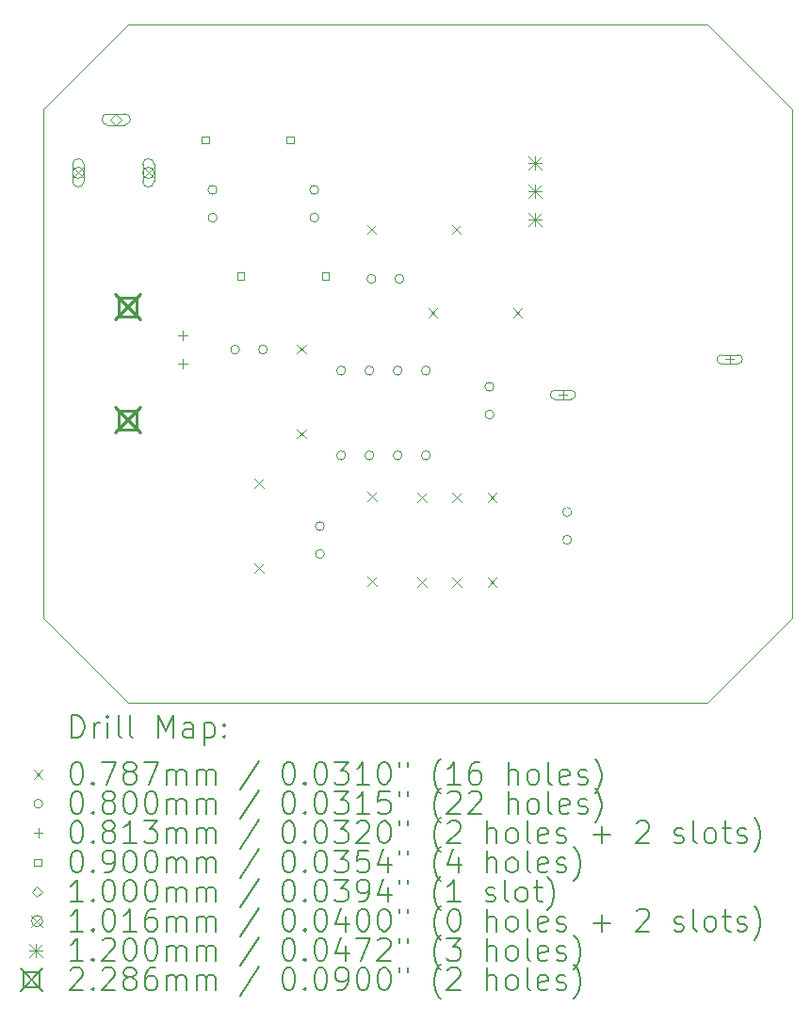
<source format=gbr>
%TF.GenerationSoftware,KiCad,Pcbnew,9.0.6*%
%TF.CreationDate,2026-02-26T15:07:23-08:00*%
%TF.ProjectId,mic_preamp_v1,6d69635f-7072-4656-916d-705f76312e6b,rev?*%
%TF.SameCoordinates,Original*%
%TF.FileFunction,Drillmap*%
%TF.FilePolarity,Positive*%
%FSLAX45Y45*%
G04 Gerber Fmt 4.5, Leading zero omitted, Abs format (unit mm)*
G04 Created by KiCad (PCBNEW 9.0.6) date 2026-02-26 15:07:23*
%MOMM*%
%LPD*%
G01*
G04 APERTURE LIST*
%ADD10C,0.050000*%
%ADD11C,0.200000*%
%ADD12C,0.100000*%
%ADD13C,0.101600*%
%ADD14C,0.120000*%
%ADD15C,0.228600*%
G04 APERTURE END LIST*
D10*
X13004800Y-6604000D02*
X12242800Y-7366000D01*
X18973800Y-8915400D02*
X18973800Y-7366000D01*
X12242800Y-10439400D02*
X12242800Y-11938000D01*
X18211800Y-6604000D02*
X18973800Y-7366000D01*
X18973800Y-10312400D02*
X18973800Y-11938000D01*
X18211800Y-12700000D02*
X13004800Y-12700000D01*
X13004800Y-12700000D02*
X12242800Y-11938000D01*
X13004800Y-6604000D02*
X18211800Y-6604000D01*
X12242800Y-8864600D02*
X12242800Y-7366000D01*
X18211800Y-12699973D02*
X18973800Y-11938000D01*
X12242800Y-8864600D02*
X12242800Y-10439400D01*
X18973800Y-10312400D02*
X18973800Y-8915400D01*
D11*
D12*
X14146530Y-10688391D02*
X14225270Y-10767131D01*
X14225270Y-10688391D02*
X14146530Y-10767131D01*
X14146530Y-11450390D02*
X14225270Y-11529130D01*
X14225270Y-11450390D02*
X14146530Y-11529130D01*
X14527530Y-9481891D02*
X14606270Y-9560631D01*
X14606270Y-9481891D02*
X14527530Y-9560631D01*
X14527530Y-10243891D02*
X14606270Y-10322631D01*
X14606270Y-10243891D02*
X14527530Y-10322631D01*
X15157030Y-8406391D02*
X15235770Y-8485131D01*
X15235770Y-8406391D02*
X15157030Y-8485131D01*
X15162530Y-10806430D02*
X15241270Y-10885170D01*
X15241270Y-10806430D02*
X15162530Y-10885170D01*
X15162530Y-11568430D02*
X15241270Y-11647170D01*
X15241270Y-11568430D02*
X15162530Y-11647170D01*
X15609530Y-10815391D02*
X15688270Y-10894131D01*
X15688270Y-10815391D02*
X15609530Y-10894131D01*
X15609530Y-11577390D02*
X15688270Y-11656130D01*
X15688270Y-11577390D02*
X15609530Y-11656130D01*
X15708630Y-9155430D02*
X15787370Y-9234170D01*
X15787370Y-9155430D02*
X15708630Y-9234170D01*
X15919030Y-8406391D02*
X15997770Y-8485131D01*
X15997770Y-8406391D02*
X15919030Y-8485131D01*
X15924530Y-10815391D02*
X16003270Y-10894131D01*
X16003270Y-10815391D02*
X15924530Y-10894131D01*
X15924530Y-11577390D02*
X16003270Y-11656130D01*
X16003270Y-11577390D02*
X15924530Y-11656130D01*
X16242030Y-10815391D02*
X16320770Y-10894131D01*
X16320770Y-10815391D02*
X16242030Y-10894131D01*
X16242030Y-11577390D02*
X16320770Y-11656130D01*
X16320770Y-11577390D02*
X16242030Y-11656130D01*
X16470630Y-9155430D02*
X16549370Y-9234170D01*
X16549370Y-9155430D02*
X16470630Y-9234170D01*
X13806800Y-8090160D02*
G75*
G02*
X13726800Y-8090160I-40000J0D01*
G01*
X13726800Y-8090160D02*
G75*
G02*
X13806800Y-8090160I40000J0D01*
G01*
X13806800Y-8340160D02*
G75*
G02*
X13726800Y-8340160I-40000J0D01*
G01*
X13726800Y-8340160D02*
G75*
G02*
X13806800Y-8340160I40000J0D01*
G01*
X14010000Y-9525774D02*
G75*
G02*
X13930000Y-9525774I-40000J0D01*
G01*
X13930000Y-9525774D02*
G75*
G02*
X14010000Y-9525774I40000J0D01*
G01*
X14260000Y-9525774D02*
G75*
G02*
X14180000Y-9525774I-40000J0D01*
G01*
X14180000Y-9525774D02*
G75*
G02*
X14260000Y-9525774I40000J0D01*
G01*
X14721200Y-8090160D02*
G75*
G02*
X14641200Y-8090160I-40000J0D01*
G01*
X14641200Y-8090160D02*
G75*
G02*
X14721200Y-8090160I40000J0D01*
G01*
X14721200Y-8340160D02*
G75*
G02*
X14641200Y-8340160I-40000J0D01*
G01*
X14641200Y-8340160D02*
G75*
G02*
X14721200Y-8340160I40000J0D01*
G01*
X14772000Y-11112761D02*
G75*
G02*
X14692000Y-11112761I-40000J0D01*
G01*
X14692000Y-11112761D02*
G75*
G02*
X14772000Y-11112761I40000J0D01*
G01*
X14772000Y-11362760D02*
G75*
G02*
X14692000Y-11362760I-40000J0D01*
G01*
X14692000Y-11362760D02*
G75*
G02*
X14772000Y-11362760I40000J0D01*
G01*
X14962500Y-9715500D02*
G75*
G02*
X14882500Y-9715500I-40000J0D01*
G01*
X14882500Y-9715500D02*
G75*
G02*
X14962500Y-9715500I40000J0D01*
G01*
X14962500Y-10477500D02*
G75*
G02*
X14882500Y-10477500I-40000J0D01*
G01*
X14882500Y-10477500D02*
G75*
G02*
X14962500Y-10477500I40000J0D01*
G01*
X15216500Y-9715500D02*
G75*
G02*
X15136500Y-9715500I-40000J0D01*
G01*
X15136500Y-9715500D02*
G75*
G02*
X15216500Y-9715500I40000J0D01*
G01*
X15216500Y-10477500D02*
G75*
G02*
X15136500Y-10477500I-40000J0D01*
G01*
X15136500Y-10477500D02*
G75*
G02*
X15216500Y-10477500I40000J0D01*
G01*
X15236400Y-8890261D02*
G75*
G02*
X15156400Y-8890261I-40000J0D01*
G01*
X15156400Y-8890261D02*
G75*
G02*
X15236400Y-8890261I40000J0D01*
G01*
X15470500Y-9715500D02*
G75*
G02*
X15390500Y-9715500I-40000J0D01*
G01*
X15390500Y-9715500D02*
G75*
G02*
X15470500Y-9715500I40000J0D01*
G01*
X15470500Y-10477500D02*
G75*
G02*
X15390500Y-10477500I-40000J0D01*
G01*
X15390500Y-10477500D02*
G75*
G02*
X15470500Y-10477500I40000J0D01*
G01*
X15486400Y-8890261D02*
G75*
G02*
X15406400Y-8890261I-40000J0D01*
G01*
X15406400Y-8890261D02*
G75*
G02*
X15486400Y-8890261I40000J0D01*
G01*
X15724500Y-9715500D02*
G75*
G02*
X15644500Y-9715500I-40000J0D01*
G01*
X15644500Y-9715500D02*
G75*
G02*
X15724500Y-9715500I40000J0D01*
G01*
X15724500Y-10477500D02*
G75*
G02*
X15644500Y-10477500I-40000J0D01*
G01*
X15644500Y-10477500D02*
G75*
G02*
X15724500Y-10477500I40000J0D01*
G01*
X16296000Y-9859200D02*
G75*
G02*
X16216000Y-9859200I-40000J0D01*
G01*
X16216000Y-9859200D02*
G75*
G02*
X16296000Y-9859200I40000J0D01*
G01*
X16296000Y-10109200D02*
G75*
G02*
X16216000Y-10109200I-40000J0D01*
G01*
X16216000Y-10109200D02*
G75*
G02*
X16296000Y-10109200I40000J0D01*
G01*
X16994500Y-10985761D02*
G75*
G02*
X16914500Y-10985761I-40000J0D01*
G01*
X16914500Y-10985761D02*
G75*
G02*
X16994500Y-10985761I40000J0D01*
G01*
X16994500Y-11235760D02*
G75*
G02*
X16914500Y-11235760I-40000J0D01*
G01*
X16914500Y-11235760D02*
G75*
G02*
X16994500Y-11235760I40000J0D01*
G01*
X13498830Y-9357360D02*
X13498830Y-9438640D01*
X13458190Y-9398000D02*
X13539470Y-9398000D01*
X13498830Y-9611360D02*
X13498830Y-9692640D01*
X13458190Y-9652000D02*
X13539470Y-9652000D01*
X16916400Y-9890760D02*
X16916400Y-9972040D01*
X16875760Y-9931400D02*
X16957040Y-9931400D01*
X16990060Y-9890760D02*
X16842740Y-9890760D01*
X16842740Y-9972040D02*
G75*
G02*
X16842740Y-9890760I0J40640D01*
G01*
X16842740Y-9972040D02*
X16990060Y-9972040D01*
X16990060Y-9972040D02*
G75*
G03*
X16990060Y-9890760I0J40640D01*
G01*
X18415000Y-9573260D02*
X18415000Y-9654540D01*
X18374360Y-9613900D02*
X18455640Y-9613900D01*
X18488660Y-9573260D02*
X18341340Y-9573260D01*
X18341340Y-9654540D02*
G75*
G02*
X18341340Y-9573260I0J40640D01*
G01*
X18341340Y-9654540D02*
X18488660Y-9654540D01*
X18488660Y-9654540D02*
G75*
G03*
X18488660Y-9573260I0J40640D01*
G01*
X13735120Y-7673481D02*
X13735120Y-7609840D01*
X13671480Y-7609840D01*
X13671480Y-7673481D01*
X13735120Y-7673481D01*
X14052620Y-8896420D02*
X14052620Y-8832780D01*
X13988980Y-8832780D01*
X13988980Y-8896420D01*
X14052620Y-8896420D01*
X14497120Y-7673481D02*
X14497120Y-7609840D01*
X14433480Y-7609840D01*
X14433480Y-7673481D01*
X14497120Y-7673481D01*
X14814620Y-8896420D02*
X14814620Y-8832780D01*
X14750980Y-8832780D01*
X14750980Y-8896420D01*
X14814620Y-8896420D01*
X12900300Y-7507500D02*
X12950300Y-7457500D01*
X12900300Y-7407500D01*
X12850300Y-7457500D01*
X12900300Y-7507500D01*
X12823300Y-7507500D02*
X12977300Y-7507500D01*
X12977300Y-7407500D02*
G75*
G02*
X12977300Y-7507500I0J-50000D01*
G01*
X12977300Y-7407500D02*
X12823300Y-7407500D01*
X12823300Y-7407500D02*
G75*
G03*
X12823300Y-7507500I0J-50000D01*
G01*
D13*
X12509500Y-7886700D02*
X12611100Y-7988300D01*
X12611100Y-7886700D02*
X12509500Y-7988300D01*
X12611100Y-7937500D02*
G75*
G02*
X12509500Y-7937500I-50800J0D01*
G01*
X12509500Y-7937500D02*
G75*
G02*
X12611100Y-7937500I50800J0D01*
G01*
D12*
X12509500Y-7861300D02*
X12509500Y-8013700D01*
X12611100Y-8013700D02*
G75*
G02*
X12509500Y-8013700I-50800J0D01*
G01*
X12611100Y-8013700D02*
X12611100Y-7861300D01*
X12611100Y-7861300D02*
G75*
G03*
X12509500Y-7861300I-50800J0D01*
G01*
D13*
X13139500Y-7886700D02*
X13241100Y-7988300D01*
X13241100Y-7886700D02*
X13139500Y-7988300D01*
X13241100Y-7937500D02*
G75*
G02*
X13139500Y-7937500I-50800J0D01*
G01*
X13139500Y-7937500D02*
G75*
G02*
X13241100Y-7937500I50800J0D01*
G01*
D12*
X13241100Y-8013700D02*
X13241100Y-7861300D01*
X13139500Y-7861300D02*
G75*
G02*
X13241100Y-7861300I50800J0D01*
G01*
X13139500Y-7861300D02*
X13139500Y-8013700D01*
X13139500Y-8013700D02*
G75*
G03*
X13241100Y-8013700I50800J0D01*
G01*
D14*
X16602400Y-7788600D02*
X16722400Y-7908600D01*
X16722400Y-7788600D02*
X16602400Y-7908600D01*
X16662400Y-7788600D02*
X16662400Y-7908600D01*
X16602400Y-7848600D02*
X16722400Y-7848600D01*
X16602400Y-8042600D02*
X16722400Y-8162600D01*
X16722400Y-8042600D02*
X16602400Y-8162600D01*
X16662400Y-8042600D02*
X16662400Y-8162600D01*
X16602400Y-8102600D02*
X16722400Y-8102600D01*
X16602400Y-8296600D02*
X16722400Y-8416600D01*
X16722400Y-8296600D02*
X16602400Y-8416600D01*
X16662400Y-8296600D02*
X16662400Y-8416600D01*
X16602400Y-8356600D02*
X16722400Y-8356600D01*
D15*
X12890500Y-9029700D02*
X13119100Y-9258300D01*
X13119100Y-9029700D02*
X12890500Y-9258300D01*
X13085623Y-9224823D02*
X13085623Y-9063177D01*
X12923977Y-9063177D01*
X12923977Y-9224823D01*
X13085623Y-9224823D01*
X12890500Y-10045700D02*
X13119100Y-10274300D01*
X13119100Y-10045700D02*
X12890500Y-10274300D01*
X13085623Y-10240823D02*
X13085623Y-10079177D01*
X12923977Y-10079177D01*
X12923977Y-10240823D01*
X13085623Y-10240823D01*
D11*
X12501077Y-13013984D02*
X12501077Y-12813984D01*
X12501077Y-12813984D02*
X12548696Y-12813984D01*
X12548696Y-12813984D02*
X12577267Y-12823508D01*
X12577267Y-12823508D02*
X12596315Y-12842555D01*
X12596315Y-12842555D02*
X12605839Y-12861603D01*
X12605839Y-12861603D02*
X12615362Y-12899698D01*
X12615362Y-12899698D02*
X12615362Y-12928269D01*
X12615362Y-12928269D02*
X12605839Y-12966365D01*
X12605839Y-12966365D02*
X12596315Y-12985412D01*
X12596315Y-12985412D02*
X12577267Y-13004460D01*
X12577267Y-13004460D02*
X12548696Y-13013984D01*
X12548696Y-13013984D02*
X12501077Y-13013984D01*
X12701077Y-13013984D02*
X12701077Y-12880650D01*
X12701077Y-12918746D02*
X12710601Y-12899698D01*
X12710601Y-12899698D02*
X12720124Y-12890174D01*
X12720124Y-12890174D02*
X12739172Y-12880650D01*
X12739172Y-12880650D02*
X12758220Y-12880650D01*
X12824886Y-13013984D02*
X12824886Y-12880650D01*
X12824886Y-12813984D02*
X12815362Y-12823508D01*
X12815362Y-12823508D02*
X12824886Y-12833031D01*
X12824886Y-12833031D02*
X12834410Y-12823508D01*
X12834410Y-12823508D02*
X12824886Y-12813984D01*
X12824886Y-12813984D02*
X12824886Y-12833031D01*
X12948696Y-13013984D02*
X12929648Y-13004460D01*
X12929648Y-13004460D02*
X12920124Y-12985412D01*
X12920124Y-12985412D02*
X12920124Y-12813984D01*
X13053458Y-13013984D02*
X13034410Y-13004460D01*
X13034410Y-13004460D02*
X13024886Y-12985412D01*
X13024886Y-12985412D02*
X13024886Y-12813984D01*
X13282029Y-13013984D02*
X13282029Y-12813984D01*
X13282029Y-12813984D02*
X13348696Y-12956841D01*
X13348696Y-12956841D02*
X13415362Y-12813984D01*
X13415362Y-12813984D02*
X13415362Y-13013984D01*
X13596315Y-13013984D02*
X13596315Y-12909222D01*
X13596315Y-12909222D02*
X13586791Y-12890174D01*
X13586791Y-12890174D02*
X13567743Y-12880650D01*
X13567743Y-12880650D02*
X13529648Y-12880650D01*
X13529648Y-12880650D02*
X13510601Y-12890174D01*
X13596315Y-13004460D02*
X13577267Y-13013984D01*
X13577267Y-13013984D02*
X13529648Y-13013984D01*
X13529648Y-13013984D02*
X13510601Y-13004460D01*
X13510601Y-13004460D02*
X13501077Y-12985412D01*
X13501077Y-12985412D02*
X13501077Y-12966365D01*
X13501077Y-12966365D02*
X13510601Y-12947317D01*
X13510601Y-12947317D02*
X13529648Y-12937793D01*
X13529648Y-12937793D02*
X13577267Y-12937793D01*
X13577267Y-12937793D02*
X13596315Y-12928269D01*
X13691553Y-12880650D02*
X13691553Y-13080650D01*
X13691553Y-12890174D02*
X13710601Y-12880650D01*
X13710601Y-12880650D02*
X13748696Y-12880650D01*
X13748696Y-12880650D02*
X13767743Y-12890174D01*
X13767743Y-12890174D02*
X13777267Y-12899698D01*
X13777267Y-12899698D02*
X13786791Y-12918746D01*
X13786791Y-12918746D02*
X13786791Y-12975888D01*
X13786791Y-12975888D02*
X13777267Y-12994936D01*
X13777267Y-12994936D02*
X13767743Y-13004460D01*
X13767743Y-13004460D02*
X13748696Y-13013984D01*
X13748696Y-13013984D02*
X13710601Y-13013984D01*
X13710601Y-13013984D02*
X13691553Y-13004460D01*
X13872505Y-12994936D02*
X13882029Y-13004460D01*
X13882029Y-13004460D02*
X13872505Y-13013984D01*
X13872505Y-13013984D02*
X13862982Y-13004460D01*
X13862982Y-13004460D02*
X13872505Y-12994936D01*
X13872505Y-12994936D02*
X13872505Y-13013984D01*
X13872505Y-12890174D02*
X13882029Y-12899698D01*
X13882029Y-12899698D02*
X13872505Y-12909222D01*
X13872505Y-12909222D02*
X13862982Y-12899698D01*
X13862982Y-12899698D02*
X13872505Y-12890174D01*
X13872505Y-12890174D02*
X13872505Y-12909222D01*
D12*
X12161560Y-13303130D02*
X12240300Y-13381870D01*
X12240300Y-13303130D02*
X12161560Y-13381870D01*
D11*
X12539172Y-13233984D02*
X12558220Y-13233984D01*
X12558220Y-13233984D02*
X12577267Y-13243508D01*
X12577267Y-13243508D02*
X12586791Y-13253031D01*
X12586791Y-13253031D02*
X12596315Y-13272079D01*
X12596315Y-13272079D02*
X12605839Y-13310174D01*
X12605839Y-13310174D02*
X12605839Y-13357793D01*
X12605839Y-13357793D02*
X12596315Y-13395888D01*
X12596315Y-13395888D02*
X12586791Y-13414936D01*
X12586791Y-13414936D02*
X12577267Y-13424460D01*
X12577267Y-13424460D02*
X12558220Y-13433984D01*
X12558220Y-13433984D02*
X12539172Y-13433984D01*
X12539172Y-13433984D02*
X12520124Y-13424460D01*
X12520124Y-13424460D02*
X12510601Y-13414936D01*
X12510601Y-13414936D02*
X12501077Y-13395888D01*
X12501077Y-13395888D02*
X12491553Y-13357793D01*
X12491553Y-13357793D02*
X12491553Y-13310174D01*
X12491553Y-13310174D02*
X12501077Y-13272079D01*
X12501077Y-13272079D02*
X12510601Y-13253031D01*
X12510601Y-13253031D02*
X12520124Y-13243508D01*
X12520124Y-13243508D02*
X12539172Y-13233984D01*
X12691553Y-13414936D02*
X12701077Y-13424460D01*
X12701077Y-13424460D02*
X12691553Y-13433984D01*
X12691553Y-13433984D02*
X12682029Y-13424460D01*
X12682029Y-13424460D02*
X12691553Y-13414936D01*
X12691553Y-13414936D02*
X12691553Y-13433984D01*
X12767743Y-13233984D02*
X12901077Y-13233984D01*
X12901077Y-13233984D02*
X12815362Y-13433984D01*
X13005839Y-13319698D02*
X12986791Y-13310174D01*
X12986791Y-13310174D02*
X12977267Y-13300650D01*
X12977267Y-13300650D02*
X12967743Y-13281603D01*
X12967743Y-13281603D02*
X12967743Y-13272079D01*
X12967743Y-13272079D02*
X12977267Y-13253031D01*
X12977267Y-13253031D02*
X12986791Y-13243508D01*
X12986791Y-13243508D02*
X13005839Y-13233984D01*
X13005839Y-13233984D02*
X13043934Y-13233984D01*
X13043934Y-13233984D02*
X13062982Y-13243508D01*
X13062982Y-13243508D02*
X13072505Y-13253031D01*
X13072505Y-13253031D02*
X13082029Y-13272079D01*
X13082029Y-13272079D02*
X13082029Y-13281603D01*
X13082029Y-13281603D02*
X13072505Y-13300650D01*
X13072505Y-13300650D02*
X13062982Y-13310174D01*
X13062982Y-13310174D02*
X13043934Y-13319698D01*
X13043934Y-13319698D02*
X13005839Y-13319698D01*
X13005839Y-13319698D02*
X12986791Y-13329222D01*
X12986791Y-13329222D02*
X12977267Y-13338746D01*
X12977267Y-13338746D02*
X12967743Y-13357793D01*
X12967743Y-13357793D02*
X12967743Y-13395888D01*
X12967743Y-13395888D02*
X12977267Y-13414936D01*
X12977267Y-13414936D02*
X12986791Y-13424460D01*
X12986791Y-13424460D02*
X13005839Y-13433984D01*
X13005839Y-13433984D02*
X13043934Y-13433984D01*
X13043934Y-13433984D02*
X13062982Y-13424460D01*
X13062982Y-13424460D02*
X13072505Y-13414936D01*
X13072505Y-13414936D02*
X13082029Y-13395888D01*
X13082029Y-13395888D02*
X13082029Y-13357793D01*
X13082029Y-13357793D02*
X13072505Y-13338746D01*
X13072505Y-13338746D02*
X13062982Y-13329222D01*
X13062982Y-13329222D02*
X13043934Y-13319698D01*
X13148696Y-13233984D02*
X13282029Y-13233984D01*
X13282029Y-13233984D02*
X13196315Y-13433984D01*
X13358220Y-13433984D02*
X13358220Y-13300650D01*
X13358220Y-13319698D02*
X13367743Y-13310174D01*
X13367743Y-13310174D02*
X13386791Y-13300650D01*
X13386791Y-13300650D02*
X13415363Y-13300650D01*
X13415363Y-13300650D02*
X13434410Y-13310174D01*
X13434410Y-13310174D02*
X13443934Y-13329222D01*
X13443934Y-13329222D02*
X13443934Y-13433984D01*
X13443934Y-13329222D02*
X13453458Y-13310174D01*
X13453458Y-13310174D02*
X13472505Y-13300650D01*
X13472505Y-13300650D02*
X13501077Y-13300650D01*
X13501077Y-13300650D02*
X13520124Y-13310174D01*
X13520124Y-13310174D02*
X13529648Y-13329222D01*
X13529648Y-13329222D02*
X13529648Y-13433984D01*
X13624886Y-13433984D02*
X13624886Y-13300650D01*
X13624886Y-13319698D02*
X13634410Y-13310174D01*
X13634410Y-13310174D02*
X13653458Y-13300650D01*
X13653458Y-13300650D02*
X13682029Y-13300650D01*
X13682029Y-13300650D02*
X13701077Y-13310174D01*
X13701077Y-13310174D02*
X13710601Y-13329222D01*
X13710601Y-13329222D02*
X13710601Y-13433984D01*
X13710601Y-13329222D02*
X13720124Y-13310174D01*
X13720124Y-13310174D02*
X13739172Y-13300650D01*
X13739172Y-13300650D02*
X13767743Y-13300650D01*
X13767743Y-13300650D02*
X13786791Y-13310174D01*
X13786791Y-13310174D02*
X13796315Y-13329222D01*
X13796315Y-13329222D02*
X13796315Y-13433984D01*
X14186791Y-13224460D02*
X14015363Y-13481603D01*
X14443934Y-13233984D02*
X14462982Y-13233984D01*
X14462982Y-13233984D02*
X14482029Y-13243508D01*
X14482029Y-13243508D02*
X14491553Y-13253031D01*
X14491553Y-13253031D02*
X14501077Y-13272079D01*
X14501077Y-13272079D02*
X14510601Y-13310174D01*
X14510601Y-13310174D02*
X14510601Y-13357793D01*
X14510601Y-13357793D02*
X14501077Y-13395888D01*
X14501077Y-13395888D02*
X14491553Y-13414936D01*
X14491553Y-13414936D02*
X14482029Y-13424460D01*
X14482029Y-13424460D02*
X14462982Y-13433984D01*
X14462982Y-13433984D02*
X14443934Y-13433984D01*
X14443934Y-13433984D02*
X14424886Y-13424460D01*
X14424886Y-13424460D02*
X14415363Y-13414936D01*
X14415363Y-13414936D02*
X14405839Y-13395888D01*
X14405839Y-13395888D02*
X14396315Y-13357793D01*
X14396315Y-13357793D02*
X14396315Y-13310174D01*
X14396315Y-13310174D02*
X14405839Y-13272079D01*
X14405839Y-13272079D02*
X14415363Y-13253031D01*
X14415363Y-13253031D02*
X14424886Y-13243508D01*
X14424886Y-13243508D02*
X14443934Y-13233984D01*
X14596315Y-13414936D02*
X14605839Y-13424460D01*
X14605839Y-13424460D02*
X14596315Y-13433984D01*
X14596315Y-13433984D02*
X14586791Y-13424460D01*
X14586791Y-13424460D02*
X14596315Y-13414936D01*
X14596315Y-13414936D02*
X14596315Y-13433984D01*
X14729648Y-13233984D02*
X14748696Y-13233984D01*
X14748696Y-13233984D02*
X14767744Y-13243508D01*
X14767744Y-13243508D02*
X14777267Y-13253031D01*
X14777267Y-13253031D02*
X14786791Y-13272079D01*
X14786791Y-13272079D02*
X14796315Y-13310174D01*
X14796315Y-13310174D02*
X14796315Y-13357793D01*
X14796315Y-13357793D02*
X14786791Y-13395888D01*
X14786791Y-13395888D02*
X14777267Y-13414936D01*
X14777267Y-13414936D02*
X14767744Y-13424460D01*
X14767744Y-13424460D02*
X14748696Y-13433984D01*
X14748696Y-13433984D02*
X14729648Y-13433984D01*
X14729648Y-13433984D02*
X14710601Y-13424460D01*
X14710601Y-13424460D02*
X14701077Y-13414936D01*
X14701077Y-13414936D02*
X14691553Y-13395888D01*
X14691553Y-13395888D02*
X14682029Y-13357793D01*
X14682029Y-13357793D02*
X14682029Y-13310174D01*
X14682029Y-13310174D02*
X14691553Y-13272079D01*
X14691553Y-13272079D02*
X14701077Y-13253031D01*
X14701077Y-13253031D02*
X14710601Y-13243508D01*
X14710601Y-13243508D02*
X14729648Y-13233984D01*
X14862982Y-13233984D02*
X14986791Y-13233984D01*
X14986791Y-13233984D02*
X14920125Y-13310174D01*
X14920125Y-13310174D02*
X14948696Y-13310174D01*
X14948696Y-13310174D02*
X14967744Y-13319698D01*
X14967744Y-13319698D02*
X14977267Y-13329222D01*
X14977267Y-13329222D02*
X14986791Y-13348269D01*
X14986791Y-13348269D02*
X14986791Y-13395888D01*
X14986791Y-13395888D02*
X14977267Y-13414936D01*
X14977267Y-13414936D02*
X14967744Y-13424460D01*
X14967744Y-13424460D02*
X14948696Y-13433984D01*
X14948696Y-13433984D02*
X14891553Y-13433984D01*
X14891553Y-13433984D02*
X14872506Y-13424460D01*
X14872506Y-13424460D02*
X14862982Y-13414936D01*
X15177267Y-13433984D02*
X15062982Y-13433984D01*
X15120125Y-13433984D02*
X15120125Y-13233984D01*
X15120125Y-13233984D02*
X15101077Y-13262555D01*
X15101077Y-13262555D02*
X15082029Y-13281603D01*
X15082029Y-13281603D02*
X15062982Y-13291127D01*
X15301077Y-13233984D02*
X15320125Y-13233984D01*
X15320125Y-13233984D02*
X15339172Y-13243508D01*
X15339172Y-13243508D02*
X15348696Y-13253031D01*
X15348696Y-13253031D02*
X15358220Y-13272079D01*
X15358220Y-13272079D02*
X15367744Y-13310174D01*
X15367744Y-13310174D02*
X15367744Y-13357793D01*
X15367744Y-13357793D02*
X15358220Y-13395888D01*
X15358220Y-13395888D02*
X15348696Y-13414936D01*
X15348696Y-13414936D02*
X15339172Y-13424460D01*
X15339172Y-13424460D02*
X15320125Y-13433984D01*
X15320125Y-13433984D02*
X15301077Y-13433984D01*
X15301077Y-13433984D02*
X15282029Y-13424460D01*
X15282029Y-13424460D02*
X15272506Y-13414936D01*
X15272506Y-13414936D02*
X15262982Y-13395888D01*
X15262982Y-13395888D02*
X15253458Y-13357793D01*
X15253458Y-13357793D02*
X15253458Y-13310174D01*
X15253458Y-13310174D02*
X15262982Y-13272079D01*
X15262982Y-13272079D02*
X15272506Y-13253031D01*
X15272506Y-13253031D02*
X15282029Y-13243508D01*
X15282029Y-13243508D02*
X15301077Y-13233984D01*
X15443934Y-13233984D02*
X15443934Y-13272079D01*
X15520125Y-13233984D02*
X15520125Y-13272079D01*
X15815363Y-13510174D02*
X15805839Y-13500650D01*
X15805839Y-13500650D02*
X15786791Y-13472079D01*
X15786791Y-13472079D02*
X15777268Y-13453031D01*
X15777268Y-13453031D02*
X15767744Y-13424460D01*
X15767744Y-13424460D02*
X15758220Y-13376841D01*
X15758220Y-13376841D02*
X15758220Y-13338746D01*
X15758220Y-13338746D02*
X15767744Y-13291127D01*
X15767744Y-13291127D02*
X15777268Y-13262555D01*
X15777268Y-13262555D02*
X15786791Y-13243508D01*
X15786791Y-13243508D02*
X15805839Y-13214936D01*
X15805839Y-13214936D02*
X15815363Y-13205412D01*
X15996315Y-13433984D02*
X15882029Y-13433984D01*
X15939172Y-13433984D02*
X15939172Y-13233984D01*
X15939172Y-13233984D02*
X15920125Y-13262555D01*
X15920125Y-13262555D02*
X15901077Y-13281603D01*
X15901077Y-13281603D02*
X15882029Y-13291127D01*
X16167744Y-13233984D02*
X16129648Y-13233984D01*
X16129648Y-13233984D02*
X16110601Y-13243508D01*
X16110601Y-13243508D02*
X16101077Y-13253031D01*
X16101077Y-13253031D02*
X16082029Y-13281603D01*
X16082029Y-13281603D02*
X16072506Y-13319698D01*
X16072506Y-13319698D02*
X16072506Y-13395888D01*
X16072506Y-13395888D02*
X16082029Y-13414936D01*
X16082029Y-13414936D02*
X16091553Y-13424460D01*
X16091553Y-13424460D02*
X16110601Y-13433984D01*
X16110601Y-13433984D02*
X16148696Y-13433984D01*
X16148696Y-13433984D02*
X16167744Y-13424460D01*
X16167744Y-13424460D02*
X16177268Y-13414936D01*
X16177268Y-13414936D02*
X16186791Y-13395888D01*
X16186791Y-13395888D02*
X16186791Y-13348269D01*
X16186791Y-13348269D02*
X16177268Y-13329222D01*
X16177268Y-13329222D02*
X16167744Y-13319698D01*
X16167744Y-13319698D02*
X16148696Y-13310174D01*
X16148696Y-13310174D02*
X16110601Y-13310174D01*
X16110601Y-13310174D02*
X16091553Y-13319698D01*
X16091553Y-13319698D02*
X16082029Y-13329222D01*
X16082029Y-13329222D02*
X16072506Y-13348269D01*
X16424887Y-13433984D02*
X16424887Y-13233984D01*
X16510601Y-13433984D02*
X16510601Y-13329222D01*
X16510601Y-13329222D02*
X16501077Y-13310174D01*
X16501077Y-13310174D02*
X16482030Y-13300650D01*
X16482030Y-13300650D02*
X16453458Y-13300650D01*
X16453458Y-13300650D02*
X16434410Y-13310174D01*
X16434410Y-13310174D02*
X16424887Y-13319698D01*
X16634410Y-13433984D02*
X16615363Y-13424460D01*
X16615363Y-13424460D02*
X16605839Y-13414936D01*
X16605839Y-13414936D02*
X16596315Y-13395888D01*
X16596315Y-13395888D02*
X16596315Y-13338746D01*
X16596315Y-13338746D02*
X16605839Y-13319698D01*
X16605839Y-13319698D02*
X16615363Y-13310174D01*
X16615363Y-13310174D02*
X16634410Y-13300650D01*
X16634410Y-13300650D02*
X16662982Y-13300650D01*
X16662982Y-13300650D02*
X16682030Y-13310174D01*
X16682030Y-13310174D02*
X16691553Y-13319698D01*
X16691553Y-13319698D02*
X16701077Y-13338746D01*
X16701077Y-13338746D02*
X16701077Y-13395888D01*
X16701077Y-13395888D02*
X16691553Y-13414936D01*
X16691553Y-13414936D02*
X16682030Y-13424460D01*
X16682030Y-13424460D02*
X16662982Y-13433984D01*
X16662982Y-13433984D02*
X16634410Y-13433984D01*
X16815363Y-13433984D02*
X16796315Y-13424460D01*
X16796315Y-13424460D02*
X16786792Y-13405412D01*
X16786792Y-13405412D02*
X16786792Y-13233984D01*
X16967744Y-13424460D02*
X16948696Y-13433984D01*
X16948696Y-13433984D02*
X16910601Y-13433984D01*
X16910601Y-13433984D02*
X16891553Y-13424460D01*
X16891553Y-13424460D02*
X16882030Y-13405412D01*
X16882030Y-13405412D02*
X16882030Y-13329222D01*
X16882030Y-13329222D02*
X16891553Y-13310174D01*
X16891553Y-13310174D02*
X16910601Y-13300650D01*
X16910601Y-13300650D02*
X16948696Y-13300650D01*
X16948696Y-13300650D02*
X16967744Y-13310174D01*
X16967744Y-13310174D02*
X16977268Y-13329222D01*
X16977268Y-13329222D02*
X16977268Y-13348269D01*
X16977268Y-13348269D02*
X16882030Y-13367317D01*
X17053458Y-13424460D02*
X17072506Y-13433984D01*
X17072506Y-13433984D02*
X17110601Y-13433984D01*
X17110601Y-13433984D02*
X17129649Y-13424460D01*
X17129649Y-13424460D02*
X17139173Y-13405412D01*
X17139173Y-13405412D02*
X17139173Y-13395888D01*
X17139173Y-13395888D02*
X17129649Y-13376841D01*
X17129649Y-13376841D02*
X17110601Y-13367317D01*
X17110601Y-13367317D02*
X17082030Y-13367317D01*
X17082030Y-13367317D02*
X17062982Y-13357793D01*
X17062982Y-13357793D02*
X17053458Y-13338746D01*
X17053458Y-13338746D02*
X17053458Y-13329222D01*
X17053458Y-13329222D02*
X17062982Y-13310174D01*
X17062982Y-13310174D02*
X17082030Y-13300650D01*
X17082030Y-13300650D02*
X17110601Y-13300650D01*
X17110601Y-13300650D02*
X17129649Y-13310174D01*
X17205839Y-13510174D02*
X17215363Y-13500650D01*
X17215363Y-13500650D02*
X17234411Y-13472079D01*
X17234411Y-13472079D02*
X17243934Y-13453031D01*
X17243934Y-13453031D02*
X17253458Y-13424460D01*
X17253458Y-13424460D02*
X17262982Y-13376841D01*
X17262982Y-13376841D02*
X17262982Y-13338746D01*
X17262982Y-13338746D02*
X17253458Y-13291127D01*
X17253458Y-13291127D02*
X17243934Y-13262555D01*
X17243934Y-13262555D02*
X17234411Y-13243508D01*
X17234411Y-13243508D02*
X17215363Y-13214936D01*
X17215363Y-13214936D02*
X17205839Y-13205412D01*
D12*
X12240300Y-13606500D02*
G75*
G02*
X12160300Y-13606500I-40000J0D01*
G01*
X12160300Y-13606500D02*
G75*
G02*
X12240300Y-13606500I40000J0D01*
G01*
D11*
X12539172Y-13497984D02*
X12558220Y-13497984D01*
X12558220Y-13497984D02*
X12577267Y-13507508D01*
X12577267Y-13507508D02*
X12586791Y-13517031D01*
X12586791Y-13517031D02*
X12596315Y-13536079D01*
X12596315Y-13536079D02*
X12605839Y-13574174D01*
X12605839Y-13574174D02*
X12605839Y-13621793D01*
X12605839Y-13621793D02*
X12596315Y-13659888D01*
X12596315Y-13659888D02*
X12586791Y-13678936D01*
X12586791Y-13678936D02*
X12577267Y-13688460D01*
X12577267Y-13688460D02*
X12558220Y-13697984D01*
X12558220Y-13697984D02*
X12539172Y-13697984D01*
X12539172Y-13697984D02*
X12520124Y-13688460D01*
X12520124Y-13688460D02*
X12510601Y-13678936D01*
X12510601Y-13678936D02*
X12501077Y-13659888D01*
X12501077Y-13659888D02*
X12491553Y-13621793D01*
X12491553Y-13621793D02*
X12491553Y-13574174D01*
X12491553Y-13574174D02*
X12501077Y-13536079D01*
X12501077Y-13536079D02*
X12510601Y-13517031D01*
X12510601Y-13517031D02*
X12520124Y-13507508D01*
X12520124Y-13507508D02*
X12539172Y-13497984D01*
X12691553Y-13678936D02*
X12701077Y-13688460D01*
X12701077Y-13688460D02*
X12691553Y-13697984D01*
X12691553Y-13697984D02*
X12682029Y-13688460D01*
X12682029Y-13688460D02*
X12691553Y-13678936D01*
X12691553Y-13678936D02*
X12691553Y-13697984D01*
X12815362Y-13583698D02*
X12796315Y-13574174D01*
X12796315Y-13574174D02*
X12786791Y-13564650D01*
X12786791Y-13564650D02*
X12777267Y-13545603D01*
X12777267Y-13545603D02*
X12777267Y-13536079D01*
X12777267Y-13536079D02*
X12786791Y-13517031D01*
X12786791Y-13517031D02*
X12796315Y-13507508D01*
X12796315Y-13507508D02*
X12815362Y-13497984D01*
X12815362Y-13497984D02*
X12853458Y-13497984D01*
X12853458Y-13497984D02*
X12872505Y-13507508D01*
X12872505Y-13507508D02*
X12882029Y-13517031D01*
X12882029Y-13517031D02*
X12891553Y-13536079D01*
X12891553Y-13536079D02*
X12891553Y-13545603D01*
X12891553Y-13545603D02*
X12882029Y-13564650D01*
X12882029Y-13564650D02*
X12872505Y-13574174D01*
X12872505Y-13574174D02*
X12853458Y-13583698D01*
X12853458Y-13583698D02*
X12815362Y-13583698D01*
X12815362Y-13583698D02*
X12796315Y-13593222D01*
X12796315Y-13593222D02*
X12786791Y-13602746D01*
X12786791Y-13602746D02*
X12777267Y-13621793D01*
X12777267Y-13621793D02*
X12777267Y-13659888D01*
X12777267Y-13659888D02*
X12786791Y-13678936D01*
X12786791Y-13678936D02*
X12796315Y-13688460D01*
X12796315Y-13688460D02*
X12815362Y-13697984D01*
X12815362Y-13697984D02*
X12853458Y-13697984D01*
X12853458Y-13697984D02*
X12872505Y-13688460D01*
X12872505Y-13688460D02*
X12882029Y-13678936D01*
X12882029Y-13678936D02*
X12891553Y-13659888D01*
X12891553Y-13659888D02*
X12891553Y-13621793D01*
X12891553Y-13621793D02*
X12882029Y-13602746D01*
X12882029Y-13602746D02*
X12872505Y-13593222D01*
X12872505Y-13593222D02*
X12853458Y-13583698D01*
X13015362Y-13497984D02*
X13034410Y-13497984D01*
X13034410Y-13497984D02*
X13053458Y-13507508D01*
X13053458Y-13507508D02*
X13062982Y-13517031D01*
X13062982Y-13517031D02*
X13072505Y-13536079D01*
X13072505Y-13536079D02*
X13082029Y-13574174D01*
X13082029Y-13574174D02*
X13082029Y-13621793D01*
X13082029Y-13621793D02*
X13072505Y-13659888D01*
X13072505Y-13659888D02*
X13062982Y-13678936D01*
X13062982Y-13678936D02*
X13053458Y-13688460D01*
X13053458Y-13688460D02*
X13034410Y-13697984D01*
X13034410Y-13697984D02*
X13015362Y-13697984D01*
X13015362Y-13697984D02*
X12996315Y-13688460D01*
X12996315Y-13688460D02*
X12986791Y-13678936D01*
X12986791Y-13678936D02*
X12977267Y-13659888D01*
X12977267Y-13659888D02*
X12967743Y-13621793D01*
X12967743Y-13621793D02*
X12967743Y-13574174D01*
X12967743Y-13574174D02*
X12977267Y-13536079D01*
X12977267Y-13536079D02*
X12986791Y-13517031D01*
X12986791Y-13517031D02*
X12996315Y-13507508D01*
X12996315Y-13507508D02*
X13015362Y-13497984D01*
X13205839Y-13497984D02*
X13224886Y-13497984D01*
X13224886Y-13497984D02*
X13243934Y-13507508D01*
X13243934Y-13507508D02*
X13253458Y-13517031D01*
X13253458Y-13517031D02*
X13262982Y-13536079D01*
X13262982Y-13536079D02*
X13272505Y-13574174D01*
X13272505Y-13574174D02*
X13272505Y-13621793D01*
X13272505Y-13621793D02*
X13262982Y-13659888D01*
X13262982Y-13659888D02*
X13253458Y-13678936D01*
X13253458Y-13678936D02*
X13243934Y-13688460D01*
X13243934Y-13688460D02*
X13224886Y-13697984D01*
X13224886Y-13697984D02*
X13205839Y-13697984D01*
X13205839Y-13697984D02*
X13186791Y-13688460D01*
X13186791Y-13688460D02*
X13177267Y-13678936D01*
X13177267Y-13678936D02*
X13167743Y-13659888D01*
X13167743Y-13659888D02*
X13158220Y-13621793D01*
X13158220Y-13621793D02*
X13158220Y-13574174D01*
X13158220Y-13574174D02*
X13167743Y-13536079D01*
X13167743Y-13536079D02*
X13177267Y-13517031D01*
X13177267Y-13517031D02*
X13186791Y-13507508D01*
X13186791Y-13507508D02*
X13205839Y-13497984D01*
X13358220Y-13697984D02*
X13358220Y-13564650D01*
X13358220Y-13583698D02*
X13367743Y-13574174D01*
X13367743Y-13574174D02*
X13386791Y-13564650D01*
X13386791Y-13564650D02*
X13415363Y-13564650D01*
X13415363Y-13564650D02*
X13434410Y-13574174D01*
X13434410Y-13574174D02*
X13443934Y-13593222D01*
X13443934Y-13593222D02*
X13443934Y-13697984D01*
X13443934Y-13593222D02*
X13453458Y-13574174D01*
X13453458Y-13574174D02*
X13472505Y-13564650D01*
X13472505Y-13564650D02*
X13501077Y-13564650D01*
X13501077Y-13564650D02*
X13520124Y-13574174D01*
X13520124Y-13574174D02*
X13529648Y-13593222D01*
X13529648Y-13593222D02*
X13529648Y-13697984D01*
X13624886Y-13697984D02*
X13624886Y-13564650D01*
X13624886Y-13583698D02*
X13634410Y-13574174D01*
X13634410Y-13574174D02*
X13653458Y-13564650D01*
X13653458Y-13564650D02*
X13682029Y-13564650D01*
X13682029Y-13564650D02*
X13701077Y-13574174D01*
X13701077Y-13574174D02*
X13710601Y-13593222D01*
X13710601Y-13593222D02*
X13710601Y-13697984D01*
X13710601Y-13593222D02*
X13720124Y-13574174D01*
X13720124Y-13574174D02*
X13739172Y-13564650D01*
X13739172Y-13564650D02*
X13767743Y-13564650D01*
X13767743Y-13564650D02*
X13786791Y-13574174D01*
X13786791Y-13574174D02*
X13796315Y-13593222D01*
X13796315Y-13593222D02*
X13796315Y-13697984D01*
X14186791Y-13488460D02*
X14015363Y-13745603D01*
X14443934Y-13497984D02*
X14462982Y-13497984D01*
X14462982Y-13497984D02*
X14482029Y-13507508D01*
X14482029Y-13507508D02*
X14491553Y-13517031D01*
X14491553Y-13517031D02*
X14501077Y-13536079D01*
X14501077Y-13536079D02*
X14510601Y-13574174D01*
X14510601Y-13574174D02*
X14510601Y-13621793D01*
X14510601Y-13621793D02*
X14501077Y-13659888D01*
X14501077Y-13659888D02*
X14491553Y-13678936D01*
X14491553Y-13678936D02*
X14482029Y-13688460D01*
X14482029Y-13688460D02*
X14462982Y-13697984D01*
X14462982Y-13697984D02*
X14443934Y-13697984D01*
X14443934Y-13697984D02*
X14424886Y-13688460D01*
X14424886Y-13688460D02*
X14415363Y-13678936D01*
X14415363Y-13678936D02*
X14405839Y-13659888D01*
X14405839Y-13659888D02*
X14396315Y-13621793D01*
X14396315Y-13621793D02*
X14396315Y-13574174D01*
X14396315Y-13574174D02*
X14405839Y-13536079D01*
X14405839Y-13536079D02*
X14415363Y-13517031D01*
X14415363Y-13517031D02*
X14424886Y-13507508D01*
X14424886Y-13507508D02*
X14443934Y-13497984D01*
X14596315Y-13678936D02*
X14605839Y-13688460D01*
X14605839Y-13688460D02*
X14596315Y-13697984D01*
X14596315Y-13697984D02*
X14586791Y-13688460D01*
X14586791Y-13688460D02*
X14596315Y-13678936D01*
X14596315Y-13678936D02*
X14596315Y-13697984D01*
X14729648Y-13497984D02*
X14748696Y-13497984D01*
X14748696Y-13497984D02*
X14767744Y-13507508D01*
X14767744Y-13507508D02*
X14777267Y-13517031D01*
X14777267Y-13517031D02*
X14786791Y-13536079D01*
X14786791Y-13536079D02*
X14796315Y-13574174D01*
X14796315Y-13574174D02*
X14796315Y-13621793D01*
X14796315Y-13621793D02*
X14786791Y-13659888D01*
X14786791Y-13659888D02*
X14777267Y-13678936D01*
X14777267Y-13678936D02*
X14767744Y-13688460D01*
X14767744Y-13688460D02*
X14748696Y-13697984D01*
X14748696Y-13697984D02*
X14729648Y-13697984D01*
X14729648Y-13697984D02*
X14710601Y-13688460D01*
X14710601Y-13688460D02*
X14701077Y-13678936D01*
X14701077Y-13678936D02*
X14691553Y-13659888D01*
X14691553Y-13659888D02*
X14682029Y-13621793D01*
X14682029Y-13621793D02*
X14682029Y-13574174D01*
X14682029Y-13574174D02*
X14691553Y-13536079D01*
X14691553Y-13536079D02*
X14701077Y-13517031D01*
X14701077Y-13517031D02*
X14710601Y-13507508D01*
X14710601Y-13507508D02*
X14729648Y-13497984D01*
X14862982Y-13497984D02*
X14986791Y-13497984D01*
X14986791Y-13497984D02*
X14920125Y-13574174D01*
X14920125Y-13574174D02*
X14948696Y-13574174D01*
X14948696Y-13574174D02*
X14967744Y-13583698D01*
X14967744Y-13583698D02*
X14977267Y-13593222D01*
X14977267Y-13593222D02*
X14986791Y-13612269D01*
X14986791Y-13612269D02*
X14986791Y-13659888D01*
X14986791Y-13659888D02*
X14977267Y-13678936D01*
X14977267Y-13678936D02*
X14967744Y-13688460D01*
X14967744Y-13688460D02*
X14948696Y-13697984D01*
X14948696Y-13697984D02*
X14891553Y-13697984D01*
X14891553Y-13697984D02*
X14872506Y-13688460D01*
X14872506Y-13688460D02*
X14862982Y-13678936D01*
X15177267Y-13697984D02*
X15062982Y-13697984D01*
X15120125Y-13697984D02*
X15120125Y-13497984D01*
X15120125Y-13497984D02*
X15101077Y-13526555D01*
X15101077Y-13526555D02*
X15082029Y-13545603D01*
X15082029Y-13545603D02*
X15062982Y-13555127D01*
X15358220Y-13497984D02*
X15262982Y-13497984D01*
X15262982Y-13497984D02*
X15253458Y-13593222D01*
X15253458Y-13593222D02*
X15262982Y-13583698D01*
X15262982Y-13583698D02*
X15282029Y-13574174D01*
X15282029Y-13574174D02*
X15329648Y-13574174D01*
X15329648Y-13574174D02*
X15348696Y-13583698D01*
X15348696Y-13583698D02*
X15358220Y-13593222D01*
X15358220Y-13593222D02*
X15367744Y-13612269D01*
X15367744Y-13612269D02*
X15367744Y-13659888D01*
X15367744Y-13659888D02*
X15358220Y-13678936D01*
X15358220Y-13678936D02*
X15348696Y-13688460D01*
X15348696Y-13688460D02*
X15329648Y-13697984D01*
X15329648Y-13697984D02*
X15282029Y-13697984D01*
X15282029Y-13697984D02*
X15262982Y-13688460D01*
X15262982Y-13688460D02*
X15253458Y-13678936D01*
X15443934Y-13497984D02*
X15443934Y-13536079D01*
X15520125Y-13497984D02*
X15520125Y-13536079D01*
X15815363Y-13774174D02*
X15805839Y-13764650D01*
X15805839Y-13764650D02*
X15786791Y-13736079D01*
X15786791Y-13736079D02*
X15777268Y-13717031D01*
X15777268Y-13717031D02*
X15767744Y-13688460D01*
X15767744Y-13688460D02*
X15758220Y-13640841D01*
X15758220Y-13640841D02*
X15758220Y-13602746D01*
X15758220Y-13602746D02*
X15767744Y-13555127D01*
X15767744Y-13555127D02*
X15777268Y-13526555D01*
X15777268Y-13526555D02*
X15786791Y-13507508D01*
X15786791Y-13507508D02*
X15805839Y-13478936D01*
X15805839Y-13478936D02*
X15815363Y-13469412D01*
X15882029Y-13517031D02*
X15891553Y-13507508D01*
X15891553Y-13507508D02*
X15910601Y-13497984D01*
X15910601Y-13497984D02*
X15958220Y-13497984D01*
X15958220Y-13497984D02*
X15977268Y-13507508D01*
X15977268Y-13507508D02*
X15986791Y-13517031D01*
X15986791Y-13517031D02*
X15996315Y-13536079D01*
X15996315Y-13536079D02*
X15996315Y-13555127D01*
X15996315Y-13555127D02*
X15986791Y-13583698D01*
X15986791Y-13583698D02*
X15872506Y-13697984D01*
X15872506Y-13697984D02*
X15996315Y-13697984D01*
X16072506Y-13517031D02*
X16082029Y-13507508D01*
X16082029Y-13507508D02*
X16101077Y-13497984D01*
X16101077Y-13497984D02*
X16148696Y-13497984D01*
X16148696Y-13497984D02*
X16167744Y-13507508D01*
X16167744Y-13507508D02*
X16177268Y-13517031D01*
X16177268Y-13517031D02*
X16186791Y-13536079D01*
X16186791Y-13536079D02*
X16186791Y-13555127D01*
X16186791Y-13555127D02*
X16177268Y-13583698D01*
X16177268Y-13583698D02*
X16062982Y-13697984D01*
X16062982Y-13697984D02*
X16186791Y-13697984D01*
X16424887Y-13697984D02*
X16424887Y-13497984D01*
X16510601Y-13697984D02*
X16510601Y-13593222D01*
X16510601Y-13593222D02*
X16501077Y-13574174D01*
X16501077Y-13574174D02*
X16482030Y-13564650D01*
X16482030Y-13564650D02*
X16453458Y-13564650D01*
X16453458Y-13564650D02*
X16434410Y-13574174D01*
X16434410Y-13574174D02*
X16424887Y-13583698D01*
X16634410Y-13697984D02*
X16615363Y-13688460D01*
X16615363Y-13688460D02*
X16605839Y-13678936D01*
X16605839Y-13678936D02*
X16596315Y-13659888D01*
X16596315Y-13659888D02*
X16596315Y-13602746D01*
X16596315Y-13602746D02*
X16605839Y-13583698D01*
X16605839Y-13583698D02*
X16615363Y-13574174D01*
X16615363Y-13574174D02*
X16634410Y-13564650D01*
X16634410Y-13564650D02*
X16662982Y-13564650D01*
X16662982Y-13564650D02*
X16682030Y-13574174D01*
X16682030Y-13574174D02*
X16691553Y-13583698D01*
X16691553Y-13583698D02*
X16701077Y-13602746D01*
X16701077Y-13602746D02*
X16701077Y-13659888D01*
X16701077Y-13659888D02*
X16691553Y-13678936D01*
X16691553Y-13678936D02*
X16682030Y-13688460D01*
X16682030Y-13688460D02*
X16662982Y-13697984D01*
X16662982Y-13697984D02*
X16634410Y-13697984D01*
X16815363Y-13697984D02*
X16796315Y-13688460D01*
X16796315Y-13688460D02*
X16786792Y-13669412D01*
X16786792Y-13669412D02*
X16786792Y-13497984D01*
X16967744Y-13688460D02*
X16948696Y-13697984D01*
X16948696Y-13697984D02*
X16910601Y-13697984D01*
X16910601Y-13697984D02*
X16891553Y-13688460D01*
X16891553Y-13688460D02*
X16882030Y-13669412D01*
X16882030Y-13669412D02*
X16882030Y-13593222D01*
X16882030Y-13593222D02*
X16891553Y-13574174D01*
X16891553Y-13574174D02*
X16910601Y-13564650D01*
X16910601Y-13564650D02*
X16948696Y-13564650D01*
X16948696Y-13564650D02*
X16967744Y-13574174D01*
X16967744Y-13574174D02*
X16977268Y-13593222D01*
X16977268Y-13593222D02*
X16977268Y-13612269D01*
X16977268Y-13612269D02*
X16882030Y-13631317D01*
X17053458Y-13688460D02*
X17072506Y-13697984D01*
X17072506Y-13697984D02*
X17110601Y-13697984D01*
X17110601Y-13697984D02*
X17129649Y-13688460D01*
X17129649Y-13688460D02*
X17139173Y-13669412D01*
X17139173Y-13669412D02*
X17139173Y-13659888D01*
X17139173Y-13659888D02*
X17129649Y-13640841D01*
X17129649Y-13640841D02*
X17110601Y-13631317D01*
X17110601Y-13631317D02*
X17082030Y-13631317D01*
X17082030Y-13631317D02*
X17062982Y-13621793D01*
X17062982Y-13621793D02*
X17053458Y-13602746D01*
X17053458Y-13602746D02*
X17053458Y-13593222D01*
X17053458Y-13593222D02*
X17062982Y-13574174D01*
X17062982Y-13574174D02*
X17082030Y-13564650D01*
X17082030Y-13564650D02*
X17110601Y-13564650D01*
X17110601Y-13564650D02*
X17129649Y-13574174D01*
X17205839Y-13774174D02*
X17215363Y-13764650D01*
X17215363Y-13764650D02*
X17234411Y-13736079D01*
X17234411Y-13736079D02*
X17243934Y-13717031D01*
X17243934Y-13717031D02*
X17253458Y-13688460D01*
X17253458Y-13688460D02*
X17262982Y-13640841D01*
X17262982Y-13640841D02*
X17262982Y-13602746D01*
X17262982Y-13602746D02*
X17253458Y-13555127D01*
X17253458Y-13555127D02*
X17243934Y-13526555D01*
X17243934Y-13526555D02*
X17234411Y-13507508D01*
X17234411Y-13507508D02*
X17215363Y-13478936D01*
X17215363Y-13478936D02*
X17205839Y-13469412D01*
D12*
X12199660Y-13829860D02*
X12199660Y-13911140D01*
X12159020Y-13870500D02*
X12240300Y-13870500D01*
D11*
X12539172Y-13761984D02*
X12558220Y-13761984D01*
X12558220Y-13761984D02*
X12577267Y-13771508D01*
X12577267Y-13771508D02*
X12586791Y-13781031D01*
X12586791Y-13781031D02*
X12596315Y-13800079D01*
X12596315Y-13800079D02*
X12605839Y-13838174D01*
X12605839Y-13838174D02*
X12605839Y-13885793D01*
X12605839Y-13885793D02*
X12596315Y-13923888D01*
X12596315Y-13923888D02*
X12586791Y-13942936D01*
X12586791Y-13942936D02*
X12577267Y-13952460D01*
X12577267Y-13952460D02*
X12558220Y-13961984D01*
X12558220Y-13961984D02*
X12539172Y-13961984D01*
X12539172Y-13961984D02*
X12520124Y-13952460D01*
X12520124Y-13952460D02*
X12510601Y-13942936D01*
X12510601Y-13942936D02*
X12501077Y-13923888D01*
X12501077Y-13923888D02*
X12491553Y-13885793D01*
X12491553Y-13885793D02*
X12491553Y-13838174D01*
X12491553Y-13838174D02*
X12501077Y-13800079D01*
X12501077Y-13800079D02*
X12510601Y-13781031D01*
X12510601Y-13781031D02*
X12520124Y-13771508D01*
X12520124Y-13771508D02*
X12539172Y-13761984D01*
X12691553Y-13942936D02*
X12701077Y-13952460D01*
X12701077Y-13952460D02*
X12691553Y-13961984D01*
X12691553Y-13961984D02*
X12682029Y-13952460D01*
X12682029Y-13952460D02*
X12691553Y-13942936D01*
X12691553Y-13942936D02*
X12691553Y-13961984D01*
X12815362Y-13847698D02*
X12796315Y-13838174D01*
X12796315Y-13838174D02*
X12786791Y-13828650D01*
X12786791Y-13828650D02*
X12777267Y-13809603D01*
X12777267Y-13809603D02*
X12777267Y-13800079D01*
X12777267Y-13800079D02*
X12786791Y-13781031D01*
X12786791Y-13781031D02*
X12796315Y-13771508D01*
X12796315Y-13771508D02*
X12815362Y-13761984D01*
X12815362Y-13761984D02*
X12853458Y-13761984D01*
X12853458Y-13761984D02*
X12872505Y-13771508D01*
X12872505Y-13771508D02*
X12882029Y-13781031D01*
X12882029Y-13781031D02*
X12891553Y-13800079D01*
X12891553Y-13800079D02*
X12891553Y-13809603D01*
X12891553Y-13809603D02*
X12882029Y-13828650D01*
X12882029Y-13828650D02*
X12872505Y-13838174D01*
X12872505Y-13838174D02*
X12853458Y-13847698D01*
X12853458Y-13847698D02*
X12815362Y-13847698D01*
X12815362Y-13847698D02*
X12796315Y-13857222D01*
X12796315Y-13857222D02*
X12786791Y-13866746D01*
X12786791Y-13866746D02*
X12777267Y-13885793D01*
X12777267Y-13885793D02*
X12777267Y-13923888D01*
X12777267Y-13923888D02*
X12786791Y-13942936D01*
X12786791Y-13942936D02*
X12796315Y-13952460D01*
X12796315Y-13952460D02*
X12815362Y-13961984D01*
X12815362Y-13961984D02*
X12853458Y-13961984D01*
X12853458Y-13961984D02*
X12872505Y-13952460D01*
X12872505Y-13952460D02*
X12882029Y-13942936D01*
X12882029Y-13942936D02*
X12891553Y-13923888D01*
X12891553Y-13923888D02*
X12891553Y-13885793D01*
X12891553Y-13885793D02*
X12882029Y-13866746D01*
X12882029Y-13866746D02*
X12872505Y-13857222D01*
X12872505Y-13857222D02*
X12853458Y-13847698D01*
X13082029Y-13961984D02*
X12967743Y-13961984D01*
X13024886Y-13961984D02*
X13024886Y-13761984D01*
X13024886Y-13761984D02*
X13005839Y-13790555D01*
X13005839Y-13790555D02*
X12986791Y-13809603D01*
X12986791Y-13809603D02*
X12967743Y-13819127D01*
X13148696Y-13761984D02*
X13272505Y-13761984D01*
X13272505Y-13761984D02*
X13205839Y-13838174D01*
X13205839Y-13838174D02*
X13234410Y-13838174D01*
X13234410Y-13838174D02*
X13253458Y-13847698D01*
X13253458Y-13847698D02*
X13262982Y-13857222D01*
X13262982Y-13857222D02*
X13272505Y-13876269D01*
X13272505Y-13876269D02*
X13272505Y-13923888D01*
X13272505Y-13923888D02*
X13262982Y-13942936D01*
X13262982Y-13942936D02*
X13253458Y-13952460D01*
X13253458Y-13952460D02*
X13234410Y-13961984D01*
X13234410Y-13961984D02*
X13177267Y-13961984D01*
X13177267Y-13961984D02*
X13158220Y-13952460D01*
X13158220Y-13952460D02*
X13148696Y-13942936D01*
X13358220Y-13961984D02*
X13358220Y-13828650D01*
X13358220Y-13847698D02*
X13367743Y-13838174D01*
X13367743Y-13838174D02*
X13386791Y-13828650D01*
X13386791Y-13828650D02*
X13415363Y-13828650D01*
X13415363Y-13828650D02*
X13434410Y-13838174D01*
X13434410Y-13838174D02*
X13443934Y-13857222D01*
X13443934Y-13857222D02*
X13443934Y-13961984D01*
X13443934Y-13857222D02*
X13453458Y-13838174D01*
X13453458Y-13838174D02*
X13472505Y-13828650D01*
X13472505Y-13828650D02*
X13501077Y-13828650D01*
X13501077Y-13828650D02*
X13520124Y-13838174D01*
X13520124Y-13838174D02*
X13529648Y-13857222D01*
X13529648Y-13857222D02*
X13529648Y-13961984D01*
X13624886Y-13961984D02*
X13624886Y-13828650D01*
X13624886Y-13847698D02*
X13634410Y-13838174D01*
X13634410Y-13838174D02*
X13653458Y-13828650D01*
X13653458Y-13828650D02*
X13682029Y-13828650D01*
X13682029Y-13828650D02*
X13701077Y-13838174D01*
X13701077Y-13838174D02*
X13710601Y-13857222D01*
X13710601Y-13857222D02*
X13710601Y-13961984D01*
X13710601Y-13857222D02*
X13720124Y-13838174D01*
X13720124Y-13838174D02*
X13739172Y-13828650D01*
X13739172Y-13828650D02*
X13767743Y-13828650D01*
X13767743Y-13828650D02*
X13786791Y-13838174D01*
X13786791Y-13838174D02*
X13796315Y-13857222D01*
X13796315Y-13857222D02*
X13796315Y-13961984D01*
X14186791Y-13752460D02*
X14015363Y-14009603D01*
X14443934Y-13761984D02*
X14462982Y-13761984D01*
X14462982Y-13761984D02*
X14482029Y-13771508D01*
X14482029Y-13771508D02*
X14491553Y-13781031D01*
X14491553Y-13781031D02*
X14501077Y-13800079D01*
X14501077Y-13800079D02*
X14510601Y-13838174D01*
X14510601Y-13838174D02*
X14510601Y-13885793D01*
X14510601Y-13885793D02*
X14501077Y-13923888D01*
X14501077Y-13923888D02*
X14491553Y-13942936D01*
X14491553Y-13942936D02*
X14482029Y-13952460D01*
X14482029Y-13952460D02*
X14462982Y-13961984D01*
X14462982Y-13961984D02*
X14443934Y-13961984D01*
X14443934Y-13961984D02*
X14424886Y-13952460D01*
X14424886Y-13952460D02*
X14415363Y-13942936D01*
X14415363Y-13942936D02*
X14405839Y-13923888D01*
X14405839Y-13923888D02*
X14396315Y-13885793D01*
X14396315Y-13885793D02*
X14396315Y-13838174D01*
X14396315Y-13838174D02*
X14405839Y-13800079D01*
X14405839Y-13800079D02*
X14415363Y-13781031D01*
X14415363Y-13781031D02*
X14424886Y-13771508D01*
X14424886Y-13771508D02*
X14443934Y-13761984D01*
X14596315Y-13942936D02*
X14605839Y-13952460D01*
X14605839Y-13952460D02*
X14596315Y-13961984D01*
X14596315Y-13961984D02*
X14586791Y-13952460D01*
X14586791Y-13952460D02*
X14596315Y-13942936D01*
X14596315Y-13942936D02*
X14596315Y-13961984D01*
X14729648Y-13761984D02*
X14748696Y-13761984D01*
X14748696Y-13761984D02*
X14767744Y-13771508D01*
X14767744Y-13771508D02*
X14777267Y-13781031D01*
X14777267Y-13781031D02*
X14786791Y-13800079D01*
X14786791Y-13800079D02*
X14796315Y-13838174D01*
X14796315Y-13838174D02*
X14796315Y-13885793D01*
X14796315Y-13885793D02*
X14786791Y-13923888D01*
X14786791Y-13923888D02*
X14777267Y-13942936D01*
X14777267Y-13942936D02*
X14767744Y-13952460D01*
X14767744Y-13952460D02*
X14748696Y-13961984D01*
X14748696Y-13961984D02*
X14729648Y-13961984D01*
X14729648Y-13961984D02*
X14710601Y-13952460D01*
X14710601Y-13952460D02*
X14701077Y-13942936D01*
X14701077Y-13942936D02*
X14691553Y-13923888D01*
X14691553Y-13923888D02*
X14682029Y-13885793D01*
X14682029Y-13885793D02*
X14682029Y-13838174D01*
X14682029Y-13838174D02*
X14691553Y-13800079D01*
X14691553Y-13800079D02*
X14701077Y-13781031D01*
X14701077Y-13781031D02*
X14710601Y-13771508D01*
X14710601Y-13771508D02*
X14729648Y-13761984D01*
X14862982Y-13761984D02*
X14986791Y-13761984D01*
X14986791Y-13761984D02*
X14920125Y-13838174D01*
X14920125Y-13838174D02*
X14948696Y-13838174D01*
X14948696Y-13838174D02*
X14967744Y-13847698D01*
X14967744Y-13847698D02*
X14977267Y-13857222D01*
X14977267Y-13857222D02*
X14986791Y-13876269D01*
X14986791Y-13876269D02*
X14986791Y-13923888D01*
X14986791Y-13923888D02*
X14977267Y-13942936D01*
X14977267Y-13942936D02*
X14967744Y-13952460D01*
X14967744Y-13952460D02*
X14948696Y-13961984D01*
X14948696Y-13961984D02*
X14891553Y-13961984D01*
X14891553Y-13961984D02*
X14872506Y-13952460D01*
X14872506Y-13952460D02*
X14862982Y-13942936D01*
X15062982Y-13781031D02*
X15072506Y-13771508D01*
X15072506Y-13771508D02*
X15091553Y-13761984D01*
X15091553Y-13761984D02*
X15139172Y-13761984D01*
X15139172Y-13761984D02*
X15158220Y-13771508D01*
X15158220Y-13771508D02*
X15167744Y-13781031D01*
X15167744Y-13781031D02*
X15177267Y-13800079D01*
X15177267Y-13800079D02*
X15177267Y-13819127D01*
X15177267Y-13819127D02*
X15167744Y-13847698D01*
X15167744Y-13847698D02*
X15053458Y-13961984D01*
X15053458Y-13961984D02*
X15177267Y-13961984D01*
X15301077Y-13761984D02*
X15320125Y-13761984D01*
X15320125Y-13761984D02*
X15339172Y-13771508D01*
X15339172Y-13771508D02*
X15348696Y-13781031D01*
X15348696Y-13781031D02*
X15358220Y-13800079D01*
X15358220Y-13800079D02*
X15367744Y-13838174D01*
X15367744Y-13838174D02*
X15367744Y-13885793D01*
X15367744Y-13885793D02*
X15358220Y-13923888D01*
X15358220Y-13923888D02*
X15348696Y-13942936D01*
X15348696Y-13942936D02*
X15339172Y-13952460D01*
X15339172Y-13952460D02*
X15320125Y-13961984D01*
X15320125Y-13961984D02*
X15301077Y-13961984D01*
X15301077Y-13961984D02*
X15282029Y-13952460D01*
X15282029Y-13952460D02*
X15272506Y-13942936D01*
X15272506Y-13942936D02*
X15262982Y-13923888D01*
X15262982Y-13923888D02*
X15253458Y-13885793D01*
X15253458Y-13885793D02*
X15253458Y-13838174D01*
X15253458Y-13838174D02*
X15262982Y-13800079D01*
X15262982Y-13800079D02*
X15272506Y-13781031D01*
X15272506Y-13781031D02*
X15282029Y-13771508D01*
X15282029Y-13771508D02*
X15301077Y-13761984D01*
X15443934Y-13761984D02*
X15443934Y-13800079D01*
X15520125Y-13761984D02*
X15520125Y-13800079D01*
X15815363Y-14038174D02*
X15805839Y-14028650D01*
X15805839Y-14028650D02*
X15786791Y-14000079D01*
X15786791Y-14000079D02*
X15777268Y-13981031D01*
X15777268Y-13981031D02*
X15767744Y-13952460D01*
X15767744Y-13952460D02*
X15758220Y-13904841D01*
X15758220Y-13904841D02*
X15758220Y-13866746D01*
X15758220Y-13866746D02*
X15767744Y-13819127D01*
X15767744Y-13819127D02*
X15777268Y-13790555D01*
X15777268Y-13790555D02*
X15786791Y-13771508D01*
X15786791Y-13771508D02*
X15805839Y-13742936D01*
X15805839Y-13742936D02*
X15815363Y-13733412D01*
X15882029Y-13781031D02*
X15891553Y-13771508D01*
X15891553Y-13771508D02*
X15910601Y-13761984D01*
X15910601Y-13761984D02*
X15958220Y-13761984D01*
X15958220Y-13761984D02*
X15977268Y-13771508D01*
X15977268Y-13771508D02*
X15986791Y-13781031D01*
X15986791Y-13781031D02*
X15996315Y-13800079D01*
X15996315Y-13800079D02*
X15996315Y-13819127D01*
X15996315Y-13819127D02*
X15986791Y-13847698D01*
X15986791Y-13847698D02*
X15872506Y-13961984D01*
X15872506Y-13961984D02*
X15996315Y-13961984D01*
X16234410Y-13961984D02*
X16234410Y-13761984D01*
X16320125Y-13961984D02*
X16320125Y-13857222D01*
X16320125Y-13857222D02*
X16310601Y-13838174D01*
X16310601Y-13838174D02*
X16291553Y-13828650D01*
X16291553Y-13828650D02*
X16262982Y-13828650D01*
X16262982Y-13828650D02*
X16243934Y-13838174D01*
X16243934Y-13838174D02*
X16234410Y-13847698D01*
X16443934Y-13961984D02*
X16424887Y-13952460D01*
X16424887Y-13952460D02*
X16415363Y-13942936D01*
X16415363Y-13942936D02*
X16405839Y-13923888D01*
X16405839Y-13923888D02*
X16405839Y-13866746D01*
X16405839Y-13866746D02*
X16415363Y-13847698D01*
X16415363Y-13847698D02*
X16424887Y-13838174D01*
X16424887Y-13838174D02*
X16443934Y-13828650D01*
X16443934Y-13828650D02*
X16472506Y-13828650D01*
X16472506Y-13828650D02*
X16491553Y-13838174D01*
X16491553Y-13838174D02*
X16501077Y-13847698D01*
X16501077Y-13847698D02*
X16510601Y-13866746D01*
X16510601Y-13866746D02*
X16510601Y-13923888D01*
X16510601Y-13923888D02*
X16501077Y-13942936D01*
X16501077Y-13942936D02*
X16491553Y-13952460D01*
X16491553Y-13952460D02*
X16472506Y-13961984D01*
X16472506Y-13961984D02*
X16443934Y-13961984D01*
X16624887Y-13961984D02*
X16605839Y-13952460D01*
X16605839Y-13952460D02*
X16596315Y-13933412D01*
X16596315Y-13933412D02*
X16596315Y-13761984D01*
X16777268Y-13952460D02*
X16758220Y-13961984D01*
X16758220Y-13961984D02*
X16720125Y-13961984D01*
X16720125Y-13961984D02*
X16701077Y-13952460D01*
X16701077Y-13952460D02*
X16691553Y-13933412D01*
X16691553Y-13933412D02*
X16691553Y-13857222D01*
X16691553Y-13857222D02*
X16701077Y-13838174D01*
X16701077Y-13838174D02*
X16720125Y-13828650D01*
X16720125Y-13828650D02*
X16758220Y-13828650D01*
X16758220Y-13828650D02*
X16777268Y-13838174D01*
X16777268Y-13838174D02*
X16786792Y-13857222D01*
X16786792Y-13857222D02*
X16786792Y-13876269D01*
X16786792Y-13876269D02*
X16691553Y-13895317D01*
X16862982Y-13952460D02*
X16882030Y-13961984D01*
X16882030Y-13961984D02*
X16920125Y-13961984D01*
X16920125Y-13961984D02*
X16939173Y-13952460D01*
X16939173Y-13952460D02*
X16948696Y-13933412D01*
X16948696Y-13933412D02*
X16948696Y-13923888D01*
X16948696Y-13923888D02*
X16939173Y-13904841D01*
X16939173Y-13904841D02*
X16920125Y-13895317D01*
X16920125Y-13895317D02*
X16891553Y-13895317D01*
X16891553Y-13895317D02*
X16872506Y-13885793D01*
X16872506Y-13885793D02*
X16862982Y-13866746D01*
X16862982Y-13866746D02*
X16862982Y-13857222D01*
X16862982Y-13857222D02*
X16872506Y-13838174D01*
X16872506Y-13838174D02*
X16891553Y-13828650D01*
X16891553Y-13828650D02*
X16920125Y-13828650D01*
X16920125Y-13828650D02*
X16939173Y-13838174D01*
X17186792Y-13885793D02*
X17339173Y-13885793D01*
X17262982Y-13961984D02*
X17262982Y-13809603D01*
X17577268Y-13781031D02*
X17586792Y-13771508D01*
X17586792Y-13771508D02*
X17605839Y-13761984D01*
X17605839Y-13761984D02*
X17653458Y-13761984D01*
X17653458Y-13761984D02*
X17672506Y-13771508D01*
X17672506Y-13771508D02*
X17682030Y-13781031D01*
X17682030Y-13781031D02*
X17691554Y-13800079D01*
X17691554Y-13800079D02*
X17691554Y-13819127D01*
X17691554Y-13819127D02*
X17682030Y-13847698D01*
X17682030Y-13847698D02*
X17567744Y-13961984D01*
X17567744Y-13961984D02*
X17691554Y-13961984D01*
X17920125Y-13952460D02*
X17939173Y-13961984D01*
X17939173Y-13961984D02*
X17977268Y-13961984D01*
X17977268Y-13961984D02*
X17996316Y-13952460D01*
X17996316Y-13952460D02*
X18005839Y-13933412D01*
X18005839Y-13933412D02*
X18005839Y-13923888D01*
X18005839Y-13923888D02*
X17996316Y-13904841D01*
X17996316Y-13904841D02*
X17977268Y-13895317D01*
X17977268Y-13895317D02*
X17948696Y-13895317D01*
X17948696Y-13895317D02*
X17929649Y-13885793D01*
X17929649Y-13885793D02*
X17920125Y-13866746D01*
X17920125Y-13866746D02*
X17920125Y-13857222D01*
X17920125Y-13857222D02*
X17929649Y-13838174D01*
X17929649Y-13838174D02*
X17948696Y-13828650D01*
X17948696Y-13828650D02*
X17977268Y-13828650D01*
X17977268Y-13828650D02*
X17996316Y-13838174D01*
X18120125Y-13961984D02*
X18101077Y-13952460D01*
X18101077Y-13952460D02*
X18091554Y-13933412D01*
X18091554Y-13933412D02*
X18091554Y-13761984D01*
X18224887Y-13961984D02*
X18205839Y-13952460D01*
X18205839Y-13952460D02*
X18196316Y-13942936D01*
X18196316Y-13942936D02*
X18186792Y-13923888D01*
X18186792Y-13923888D02*
X18186792Y-13866746D01*
X18186792Y-13866746D02*
X18196316Y-13847698D01*
X18196316Y-13847698D02*
X18205839Y-13838174D01*
X18205839Y-13838174D02*
X18224887Y-13828650D01*
X18224887Y-13828650D02*
X18253458Y-13828650D01*
X18253458Y-13828650D02*
X18272506Y-13838174D01*
X18272506Y-13838174D02*
X18282030Y-13847698D01*
X18282030Y-13847698D02*
X18291554Y-13866746D01*
X18291554Y-13866746D02*
X18291554Y-13923888D01*
X18291554Y-13923888D02*
X18282030Y-13942936D01*
X18282030Y-13942936D02*
X18272506Y-13952460D01*
X18272506Y-13952460D02*
X18253458Y-13961984D01*
X18253458Y-13961984D02*
X18224887Y-13961984D01*
X18348697Y-13828650D02*
X18424887Y-13828650D01*
X18377268Y-13761984D02*
X18377268Y-13933412D01*
X18377268Y-13933412D02*
X18386792Y-13952460D01*
X18386792Y-13952460D02*
X18405839Y-13961984D01*
X18405839Y-13961984D02*
X18424887Y-13961984D01*
X18482030Y-13952460D02*
X18501077Y-13961984D01*
X18501077Y-13961984D02*
X18539173Y-13961984D01*
X18539173Y-13961984D02*
X18558220Y-13952460D01*
X18558220Y-13952460D02*
X18567744Y-13933412D01*
X18567744Y-13933412D02*
X18567744Y-13923888D01*
X18567744Y-13923888D02*
X18558220Y-13904841D01*
X18558220Y-13904841D02*
X18539173Y-13895317D01*
X18539173Y-13895317D02*
X18510601Y-13895317D01*
X18510601Y-13895317D02*
X18491554Y-13885793D01*
X18491554Y-13885793D02*
X18482030Y-13866746D01*
X18482030Y-13866746D02*
X18482030Y-13857222D01*
X18482030Y-13857222D02*
X18491554Y-13838174D01*
X18491554Y-13838174D02*
X18510601Y-13828650D01*
X18510601Y-13828650D02*
X18539173Y-13828650D01*
X18539173Y-13828650D02*
X18558220Y-13838174D01*
X18634411Y-14038174D02*
X18643935Y-14028650D01*
X18643935Y-14028650D02*
X18662982Y-14000079D01*
X18662982Y-14000079D02*
X18672506Y-13981031D01*
X18672506Y-13981031D02*
X18682030Y-13952460D01*
X18682030Y-13952460D02*
X18691554Y-13904841D01*
X18691554Y-13904841D02*
X18691554Y-13866746D01*
X18691554Y-13866746D02*
X18682030Y-13819127D01*
X18682030Y-13819127D02*
X18672506Y-13790555D01*
X18672506Y-13790555D02*
X18662982Y-13771508D01*
X18662982Y-13771508D02*
X18643935Y-13742936D01*
X18643935Y-13742936D02*
X18634411Y-13733412D01*
D12*
X12227120Y-14166320D02*
X12227120Y-14102680D01*
X12163480Y-14102680D01*
X12163480Y-14166320D01*
X12227120Y-14166320D01*
D11*
X12539172Y-14025984D02*
X12558220Y-14025984D01*
X12558220Y-14025984D02*
X12577267Y-14035508D01*
X12577267Y-14035508D02*
X12586791Y-14045031D01*
X12586791Y-14045031D02*
X12596315Y-14064079D01*
X12596315Y-14064079D02*
X12605839Y-14102174D01*
X12605839Y-14102174D02*
X12605839Y-14149793D01*
X12605839Y-14149793D02*
X12596315Y-14187888D01*
X12596315Y-14187888D02*
X12586791Y-14206936D01*
X12586791Y-14206936D02*
X12577267Y-14216460D01*
X12577267Y-14216460D02*
X12558220Y-14225984D01*
X12558220Y-14225984D02*
X12539172Y-14225984D01*
X12539172Y-14225984D02*
X12520124Y-14216460D01*
X12520124Y-14216460D02*
X12510601Y-14206936D01*
X12510601Y-14206936D02*
X12501077Y-14187888D01*
X12501077Y-14187888D02*
X12491553Y-14149793D01*
X12491553Y-14149793D02*
X12491553Y-14102174D01*
X12491553Y-14102174D02*
X12501077Y-14064079D01*
X12501077Y-14064079D02*
X12510601Y-14045031D01*
X12510601Y-14045031D02*
X12520124Y-14035508D01*
X12520124Y-14035508D02*
X12539172Y-14025984D01*
X12691553Y-14206936D02*
X12701077Y-14216460D01*
X12701077Y-14216460D02*
X12691553Y-14225984D01*
X12691553Y-14225984D02*
X12682029Y-14216460D01*
X12682029Y-14216460D02*
X12691553Y-14206936D01*
X12691553Y-14206936D02*
X12691553Y-14225984D01*
X12796315Y-14225984D02*
X12834410Y-14225984D01*
X12834410Y-14225984D02*
X12853458Y-14216460D01*
X12853458Y-14216460D02*
X12862982Y-14206936D01*
X12862982Y-14206936D02*
X12882029Y-14178365D01*
X12882029Y-14178365D02*
X12891553Y-14140269D01*
X12891553Y-14140269D02*
X12891553Y-14064079D01*
X12891553Y-14064079D02*
X12882029Y-14045031D01*
X12882029Y-14045031D02*
X12872505Y-14035508D01*
X12872505Y-14035508D02*
X12853458Y-14025984D01*
X12853458Y-14025984D02*
X12815362Y-14025984D01*
X12815362Y-14025984D02*
X12796315Y-14035508D01*
X12796315Y-14035508D02*
X12786791Y-14045031D01*
X12786791Y-14045031D02*
X12777267Y-14064079D01*
X12777267Y-14064079D02*
X12777267Y-14111698D01*
X12777267Y-14111698D02*
X12786791Y-14130746D01*
X12786791Y-14130746D02*
X12796315Y-14140269D01*
X12796315Y-14140269D02*
X12815362Y-14149793D01*
X12815362Y-14149793D02*
X12853458Y-14149793D01*
X12853458Y-14149793D02*
X12872505Y-14140269D01*
X12872505Y-14140269D02*
X12882029Y-14130746D01*
X12882029Y-14130746D02*
X12891553Y-14111698D01*
X13015362Y-14025984D02*
X13034410Y-14025984D01*
X13034410Y-14025984D02*
X13053458Y-14035508D01*
X13053458Y-14035508D02*
X13062982Y-14045031D01*
X13062982Y-14045031D02*
X13072505Y-14064079D01*
X13072505Y-14064079D02*
X13082029Y-14102174D01*
X13082029Y-14102174D02*
X13082029Y-14149793D01*
X13082029Y-14149793D02*
X13072505Y-14187888D01*
X13072505Y-14187888D02*
X13062982Y-14206936D01*
X13062982Y-14206936D02*
X13053458Y-14216460D01*
X13053458Y-14216460D02*
X13034410Y-14225984D01*
X13034410Y-14225984D02*
X13015362Y-14225984D01*
X13015362Y-14225984D02*
X12996315Y-14216460D01*
X12996315Y-14216460D02*
X12986791Y-14206936D01*
X12986791Y-14206936D02*
X12977267Y-14187888D01*
X12977267Y-14187888D02*
X12967743Y-14149793D01*
X12967743Y-14149793D02*
X12967743Y-14102174D01*
X12967743Y-14102174D02*
X12977267Y-14064079D01*
X12977267Y-14064079D02*
X12986791Y-14045031D01*
X12986791Y-14045031D02*
X12996315Y-14035508D01*
X12996315Y-14035508D02*
X13015362Y-14025984D01*
X13205839Y-14025984D02*
X13224886Y-14025984D01*
X13224886Y-14025984D02*
X13243934Y-14035508D01*
X13243934Y-14035508D02*
X13253458Y-14045031D01*
X13253458Y-14045031D02*
X13262982Y-14064079D01*
X13262982Y-14064079D02*
X13272505Y-14102174D01*
X13272505Y-14102174D02*
X13272505Y-14149793D01*
X13272505Y-14149793D02*
X13262982Y-14187888D01*
X13262982Y-14187888D02*
X13253458Y-14206936D01*
X13253458Y-14206936D02*
X13243934Y-14216460D01*
X13243934Y-14216460D02*
X13224886Y-14225984D01*
X13224886Y-14225984D02*
X13205839Y-14225984D01*
X13205839Y-14225984D02*
X13186791Y-14216460D01*
X13186791Y-14216460D02*
X13177267Y-14206936D01*
X13177267Y-14206936D02*
X13167743Y-14187888D01*
X13167743Y-14187888D02*
X13158220Y-14149793D01*
X13158220Y-14149793D02*
X13158220Y-14102174D01*
X13158220Y-14102174D02*
X13167743Y-14064079D01*
X13167743Y-14064079D02*
X13177267Y-14045031D01*
X13177267Y-14045031D02*
X13186791Y-14035508D01*
X13186791Y-14035508D02*
X13205839Y-14025984D01*
X13358220Y-14225984D02*
X13358220Y-14092650D01*
X13358220Y-14111698D02*
X13367743Y-14102174D01*
X13367743Y-14102174D02*
X13386791Y-14092650D01*
X13386791Y-14092650D02*
X13415363Y-14092650D01*
X13415363Y-14092650D02*
X13434410Y-14102174D01*
X13434410Y-14102174D02*
X13443934Y-14121222D01*
X13443934Y-14121222D02*
X13443934Y-14225984D01*
X13443934Y-14121222D02*
X13453458Y-14102174D01*
X13453458Y-14102174D02*
X13472505Y-14092650D01*
X13472505Y-14092650D02*
X13501077Y-14092650D01*
X13501077Y-14092650D02*
X13520124Y-14102174D01*
X13520124Y-14102174D02*
X13529648Y-14121222D01*
X13529648Y-14121222D02*
X13529648Y-14225984D01*
X13624886Y-14225984D02*
X13624886Y-14092650D01*
X13624886Y-14111698D02*
X13634410Y-14102174D01*
X13634410Y-14102174D02*
X13653458Y-14092650D01*
X13653458Y-14092650D02*
X13682029Y-14092650D01*
X13682029Y-14092650D02*
X13701077Y-14102174D01*
X13701077Y-14102174D02*
X13710601Y-14121222D01*
X13710601Y-14121222D02*
X13710601Y-14225984D01*
X13710601Y-14121222D02*
X13720124Y-14102174D01*
X13720124Y-14102174D02*
X13739172Y-14092650D01*
X13739172Y-14092650D02*
X13767743Y-14092650D01*
X13767743Y-14092650D02*
X13786791Y-14102174D01*
X13786791Y-14102174D02*
X13796315Y-14121222D01*
X13796315Y-14121222D02*
X13796315Y-14225984D01*
X14186791Y-14016460D02*
X14015363Y-14273603D01*
X14443934Y-14025984D02*
X14462982Y-14025984D01*
X14462982Y-14025984D02*
X14482029Y-14035508D01*
X14482029Y-14035508D02*
X14491553Y-14045031D01*
X14491553Y-14045031D02*
X14501077Y-14064079D01*
X14501077Y-14064079D02*
X14510601Y-14102174D01*
X14510601Y-14102174D02*
X14510601Y-14149793D01*
X14510601Y-14149793D02*
X14501077Y-14187888D01*
X14501077Y-14187888D02*
X14491553Y-14206936D01*
X14491553Y-14206936D02*
X14482029Y-14216460D01*
X14482029Y-14216460D02*
X14462982Y-14225984D01*
X14462982Y-14225984D02*
X14443934Y-14225984D01*
X14443934Y-14225984D02*
X14424886Y-14216460D01*
X14424886Y-14216460D02*
X14415363Y-14206936D01*
X14415363Y-14206936D02*
X14405839Y-14187888D01*
X14405839Y-14187888D02*
X14396315Y-14149793D01*
X14396315Y-14149793D02*
X14396315Y-14102174D01*
X14396315Y-14102174D02*
X14405839Y-14064079D01*
X14405839Y-14064079D02*
X14415363Y-14045031D01*
X14415363Y-14045031D02*
X14424886Y-14035508D01*
X14424886Y-14035508D02*
X14443934Y-14025984D01*
X14596315Y-14206936D02*
X14605839Y-14216460D01*
X14605839Y-14216460D02*
X14596315Y-14225984D01*
X14596315Y-14225984D02*
X14586791Y-14216460D01*
X14586791Y-14216460D02*
X14596315Y-14206936D01*
X14596315Y-14206936D02*
X14596315Y-14225984D01*
X14729648Y-14025984D02*
X14748696Y-14025984D01*
X14748696Y-14025984D02*
X14767744Y-14035508D01*
X14767744Y-14035508D02*
X14777267Y-14045031D01*
X14777267Y-14045031D02*
X14786791Y-14064079D01*
X14786791Y-14064079D02*
X14796315Y-14102174D01*
X14796315Y-14102174D02*
X14796315Y-14149793D01*
X14796315Y-14149793D02*
X14786791Y-14187888D01*
X14786791Y-14187888D02*
X14777267Y-14206936D01*
X14777267Y-14206936D02*
X14767744Y-14216460D01*
X14767744Y-14216460D02*
X14748696Y-14225984D01*
X14748696Y-14225984D02*
X14729648Y-14225984D01*
X14729648Y-14225984D02*
X14710601Y-14216460D01*
X14710601Y-14216460D02*
X14701077Y-14206936D01*
X14701077Y-14206936D02*
X14691553Y-14187888D01*
X14691553Y-14187888D02*
X14682029Y-14149793D01*
X14682029Y-14149793D02*
X14682029Y-14102174D01*
X14682029Y-14102174D02*
X14691553Y-14064079D01*
X14691553Y-14064079D02*
X14701077Y-14045031D01*
X14701077Y-14045031D02*
X14710601Y-14035508D01*
X14710601Y-14035508D02*
X14729648Y-14025984D01*
X14862982Y-14025984D02*
X14986791Y-14025984D01*
X14986791Y-14025984D02*
X14920125Y-14102174D01*
X14920125Y-14102174D02*
X14948696Y-14102174D01*
X14948696Y-14102174D02*
X14967744Y-14111698D01*
X14967744Y-14111698D02*
X14977267Y-14121222D01*
X14977267Y-14121222D02*
X14986791Y-14140269D01*
X14986791Y-14140269D02*
X14986791Y-14187888D01*
X14986791Y-14187888D02*
X14977267Y-14206936D01*
X14977267Y-14206936D02*
X14967744Y-14216460D01*
X14967744Y-14216460D02*
X14948696Y-14225984D01*
X14948696Y-14225984D02*
X14891553Y-14225984D01*
X14891553Y-14225984D02*
X14872506Y-14216460D01*
X14872506Y-14216460D02*
X14862982Y-14206936D01*
X15167744Y-14025984D02*
X15072506Y-14025984D01*
X15072506Y-14025984D02*
X15062982Y-14121222D01*
X15062982Y-14121222D02*
X15072506Y-14111698D01*
X15072506Y-14111698D02*
X15091553Y-14102174D01*
X15091553Y-14102174D02*
X15139172Y-14102174D01*
X15139172Y-14102174D02*
X15158220Y-14111698D01*
X15158220Y-14111698D02*
X15167744Y-14121222D01*
X15167744Y-14121222D02*
X15177267Y-14140269D01*
X15177267Y-14140269D02*
X15177267Y-14187888D01*
X15177267Y-14187888D02*
X15167744Y-14206936D01*
X15167744Y-14206936D02*
X15158220Y-14216460D01*
X15158220Y-14216460D02*
X15139172Y-14225984D01*
X15139172Y-14225984D02*
X15091553Y-14225984D01*
X15091553Y-14225984D02*
X15072506Y-14216460D01*
X15072506Y-14216460D02*
X15062982Y-14206936D01*
X15348696Y-14092650D02*
X15348696Y-14225984D01*
X15301077Y-14016460D02*
X15253458Y-14159317D01*
X15253458Y-14159317D02*
X15377267Y-14159317D01*
X15443934Y-14025984D02*
X15443934Y-14064079D01*
X15520125Y-14025984D02*
X15520125Y-14064079D01*
X15815363Y-14302174D02*
X15805839Y-14292650D01*
X15805839Y-14292650D02*
X15786791Y-14264079D01*
X15786791Y-14264079D02*
X15777268Y-14245031D01*
X15777268Y-14245031D02*
X15767744Y-14216460D01*
X15767744Y-14216460D02*
X15758220Y-14168841D01*
X15758220Y-14168841D02*
X15758220Y-14130746D01*
X15758220Y-14130746D02*
X15767744Y-14083127D01*
X15767744Y-14083127D02*
X15777268Y-14054555D01*
X15777268Y-14054555D02*
X15786791Y-14035508D01*
X15786791Y-14035508D02*
X15805839Y-14006936D01*
X15805839Y-14006936D02*
X15815363Y-13997412D01*
X15977268Y-14092650D02*
X15977268Y-14225984D01*
X15929648Y-14016460D02*
X15882029Y-14159317D01*
X15882029Y-14159317D02*
X16005839Y-14159317D01*
X16234410Y-14225984D02*
X16234410Y-14025984D01*
X16320125Y-14225984D02*
X16320125Y-14121222D01*
X16320125Y-14121222D02*
X16310601Y-14102174D01*
X16310601Y-14102174D02*
X16291553Y-14092650D01*
X16291553Y-14092650D02*
X16262982Y-14092650D01*
X16262982Y-14092650D02*
X16243934Y-14102174D01*
X16243934Y-14102174D02*
X16234410Y-14111698D01*
X16443934Y-14225984D02*
X16424887Y-14216460D01*
X16424887Y-14216460D02*
X16415363Y-14206936D01*
X16415363Y-14206936D02*
X16405839Y-14187888D01*
X16405839Y-14187888D02*
X16405839Y-14130746D01*
X16405839Y-14130746D02*
X16415363Y-14111698D01*
X16415363Y-14111698D02*
X16424887Y-14102174D01*
X16424887Y-14102174D02*
X16443934Y-14092650D01*
X16443934Y-14092650D02*
X16472506Y-14092650D01*
X16472506Y-14092650D02*
X16491553Y-14102174D01*
X16491553Y-14102174D02*
X16501077Y-14111698D01*
X16501077Y-14111698D02*
X16510601Y-14130746D01*
X16510601Y-14130746D02*
X16510601Y-14187888D01*
X16510601Y-14187888D02*
X16501077Y-14206936D01*
X16501077Y-14206936D02*
X16491553Y-14216460D01*
X16491553Y-14216460D02*
X16472506Y-14225984D01*
X16472506Y-14225984D02*
X16443934Y-14225984D01*
X16624887Y-14225984D02*
X16605839Y-14216460D01*
X16605839Y-14216460D02*
X16596315Y-14197412D01*
X16596315Y-14197412D02*
X16596315Y-14025984D01*
X16777268Y-14216460D02*
X16758220Y-14225984D01*
X16758220Y-14225984D02*
X16720125Y-14225984D01*
X16720125Y-14225984D02*
X16701077Y-14216460D01*
X16701077Y-14216460D02*
X16691553Y-14197412D01*
X16691553Y-14197412D02*
X16691553Y-14121222D01*
X16691553Y-14121222D02*
X16701077Y-14102174D01*
X16701077Y-14102174D02*
X16720125Y-14092650D01*
X16720125Y-14092650D02*
X16758220Y-14092650D01*
X16758220Y-14092650D02*
X16777268Y-14102174D01*
X16777268Y-14102174D02*
X16786792Y-14121222D01*
X16786792Y-14121222D02*
X16786792Y-14140269D01*
X16786792Y-14140269D02*
X16691553Y-14159317D01*
X16862982Y-14216460D02*
X16882030Y-14225984D01*
X16882030Y-14225984D02*
X16920125Y-14225984D01*
X16920125Y-14225984D02*
X16939173Y-14216460D01*
X16939173Y-14216460D02*
X16948696Y-14197412D01*
X16948696Y-14197412D02*
X16948696Y-14187888D01*
X16948696Y-14187888D02*
X16939173Y-14168841D01*
X16939173Y-14168841D02*
X16920125Y-14159317D01*
X16920125Y-14159317D02*
X16891553Y-14159317D01*
X16891553Y-14159317D02*
X16872506Y-14149793D01*
X16872506Y-14149793D02*
X16862982Y-14130746D01*
X16862982Y-14130746D02*
X16862982Y-14121222D01*
X16862982Y-14121222D02*
X16872506Y-14102174D01*
X16872506Y-14102174D02*
X16891553Y-14092650D01*
X16891553Y-14092650D02*
X16920125Y-14092650D01*
X16920125Y-14092650D02*
X16939173Y-14102174D01*
X17015363Y-14302174D02*
X17024887Y-14292650D01*
X17024887Y-14292650D02*
X17043934Y-14264079D01*
X17043934Y-14264079D02*
X17053458Y-14245031D01*
X17053458Y-14245031D02*
X17062982Y-14216460D01*
X17062982Y-14216460D02*
X17072506Y-14168841D01*
X17072506Y-14168841D02*
X17072506Y-14130746D01*
X17072506Y-14130746D02*
X17062982Y-14083127D01*
X17062982Y-14083127D02*
X17053458Y-14054555D01*
X17053458Y-14054555D02*
X17043934Y-14035508D01*
X17043934Y-14035508D02*
X17024887Y-14006936D01*
X17024887Y-14006936D02*
X17015363Y-13997412D01*
D12*
X12190300Y-14448500D02*
X12240300Y-14398500D01*
X12190300Y-14348500D01*
X12140300Y-14398500D01*
X12190300Y-14448500D01*
D11*
X12605839Y-14489984D02*
X12491553Y-14489984D01*
X12548696Y-14489984D02*
X12548696Y-14289984D01*
X12548696Y-14289984D02*
X12529648Y-14318555D01*
X12529648Y-14318555D02*
X12510601Y-14337603D01*
X12510601Y-14337603D02*
X12491553Y-14347127D01*
X12691553Y-14470936D02*
X12701077Y-14480460D01*
X12701077Y-14480460D02*
X12691553Y-14489984D01*
X12691553Y-14489984D02*
X12682029Y-14480460D01*
X12682029Y-14480460D02*
X12691553Y-14470936D01*
X12691553Y-14470936D02*
X12691553Y-14489984D01*
X12824886Y-14289984D02*
X12843934Y-14289984D01*
X12843934Y-14289984D02*
X12862982Y-14299508D01*
X12862982Y-14299508D02*
X12872505Y-14309031D01*
X12872505Y-14309031D02*
X12882029Y-14328079D01*
X12882029Y-14328079D02*
X12891553Y-14366174D01*
X12891553Y-14366174D02*
X12891553Y-14413793D01*
X12891553Y-14413793D02*
X12882029Y-14451888D01*
X12882029Y-14451888D02*
X12872505Y-14470936D01*
X12872505Y-14470936D02*
X12862982Y-14480460D01*
X12862982Y-14480460D02*
X12843934Y-14489984D01*
X12843934Y-14489984D02*
X12824886Y-14489984D01*
X12824886Y-14489984D02*
X12805839Y-14480460D01*
X12805839Y-14480460D02*
X12796315Y-14470936D01*
X12796315Y-14470936D02*
X12786791Y-14451888D01*
X12786791Y-14451888D02*
X12777267Y-14413793D01*
X12777267Y-14413793D02*
X12777267Y-14366174D01*
X12777267Y-14366174D02*
X12786791Y-14328079D01*
X12786791Y-14328079D02*
X12796315Y-14309031D01*
X12796315Y-14309031D02*
X12805839Y-14299508D01*
X12805839Y-14299508D02*
X12824886Y-14289984D01*
X13015362Y-14289984D02*
X13034410Y-14289984D01*
X13034410Y-14289984D02*
X13053458Y-14299508D01*
X13053458Y-14299508D02*
X13062982Y-14309031D01*
X13062982Y-14309031D02*
X13072505Y-14328079D01*
X13072505Y-14328079D02*
X13082029Y-14366174D01*
X13082029Y-14366174D02*
X13082029Y-14413793D01*
X13082029Y-14413793D02*
X13072505Y-14451888D01*
X13072505Y-14451888D02*
X13062982Y-14470936D01*
X13062982Y-14470936D02*
X13053458Y-14480460D01*
X13053458Y-14480460D02*
X13034410Y-14489984D01*
X13034410Y-14489984D02*
X13015362Y-14489984D01*
X13015362Y-14489984D02*
X12996315Y-14480460D01*
X12996315Y-14480460D02*
X12986791Y-14470936D01*
X12986791Y-14470936D02*
X12977267Y-14451888D01*
X12977267Y-14451888D02*
X12967743Y-14413793D01*
X12967743Y-14413793D02*
X12967743Y-14366174D01*
X12967743Y-14366174D02*
X12977267Y-14328079D01*
X12977267Y-14328079D02*
X12986791Y-14309031D01*
X12986791Y-14309031D02*
X12996315Y-14299508D01*
X12996315Y-14299508D02*
X13015362Y-14289984D01*
X13205839Y-14289984D02*
X13224886Y-14289984D01*
X13224886Y-14289984D02*
X13243934Y-14299508D01*
X13243934Y-14299508D02*
X13253458Y-14309031D01*
X13253458Y-14309031D02*
X13262982Y-14328079D01*
X13262982Y-14328079D02*
X13272505Y-14366174D01*
X13272505Y-14366174D02*
X13272505Y-14413793D01*
X13272505Y-14413793D02*
X13262982Y-14451888D01*
X13262982Y-14451888D02*
X13253458Y-14470936D01*
X13253458Y-14470936D02*
X13243934Y-14480460D01*
X13243934Y-14480460D02*
X13224886Y-14489984D01*
X13224886Y-14489984D02*
X13205839Y-14489984D01*
X13205839Y-14489984D02*
X13186791Y-14480460D01*
X13186791Y-14480460D02*
X13177267Y-14470936D01*
X13177267Y-14470936D02*
X13167743Y-14451888D01*
X13167743Y-14451888D02*
X13158220Y-14413793D01*
X13158220Y-14413793D02*
X13158220Y-14366174D01*
X13158220Y-14366174D02*
X13167743Y-14328079D01*
X13167743Y-14328079D02*
X13177267Y-14309031D01*
X13177267Y-14309031D02*
X13186791Y-14299508D01*
X13186791Y-14299508D02*
X13205839Y-14289984D01*
X13358220Y-14489984D02*
X13358220Y-14356650D01*
X13358220Y-14375698D02*
X13367743Y-14366174D01*
X13367743Y-14366174D02*
X13386791Y-14356650D01*
X13386791Y-14356650D02*
X13415363Y-14356650D01*
X13415363Y-14356650D02*
X13434410Y-14366174D01*
X13434410Y-14366174D02*
X13443934Y-14385222D01*
X13443934Y-14385222D02*
X13443934Y-14489984D01*
X13443934Y-14385222D02*
X13453458Y-14366174D01*
X13453458Y-14366174D02*
X13472505Y-14356650D01*
X13472505Y-14356650D02*
X13501077Y-14356650D01*
X13501077Y-14356650D02*
X13520124Y-14366174D01*
X13520124Y-14366174D02*
X13529648Y-14385222D01*
X13529648Y-14385222D02*
X13529648Y-14489984D01*
X13624886Y-14489984D02*
X13624886Y-14356650D01*
X13624886Y-14375698D02*
X13634410Y-14366174D01*
X13634410Y-14366174D02*
X13653458Y-14356650D01*
X13653458Y-14356650D02*
X13682029Y-14356650D01*
X13682029Y-14356650D02*
X13701077Y-14366174D01*
X13701077Y-14366174D02*
X13710601Y-14385222D01*
X13710601Y-14385222D02*
X13710601Y-14489984D01*
X13710601Y-14385222D02*
X13720124Y-14366174D01*
X13720124Y-14366174D02*
X13739172Y-14356650D01*
X13739172Y-14356650D02*
X13767743Y-14356650D01*
X13767743Y-14356650D02*
X13786791Y-14366174D01*
X13786791Y-14366174D02*
X13796315Y-14385222D01*
X13796315Y-14385222D02*
X13796315Y-14489984D01*
X14186791Y-14280460D02*
X14015363Y-14537603D01*
X14443934Y-14289984D02*
X14462982Y-14289984D01*
X14462982Y-14289984D02*
X14482029Y-14299508D01*
X14482029Y-14299508D02*
X14491553Y-14309031D01*
X14491553Y-14309031D02*
X14501077Y-14328079D01*
X14501077Y-14328079D02*
X14510601Y-14366174D01*
X14510601Y-14366174D02*
X14510601Y-14413793D01*
X14510601Y-14413793D02*
X14501077Y-14451888D01*
X14501077Y-14451888D02*
X14491553Y-14470936D01*
X14491553Y-14470936D02*
X14482029Y-14480460D01*
X14482029Y-14480460D02*
X14462982Y-14489984D01*
X14462982Y-14489984D02*
X14443934Y-14489984D01*
X14443934Y-14489984D02*
X14424886Y-14480460D01*
X14424886Y-14480460D02*
X14415363Y-14470936D01*
X14415363Y-14470936D02*
X14405839Y-14451888D01*
X14405839Y-14451888D02*
X14396315Y-14413793D01*
X14396315Y-14413793D02*
X14396315Y-14366174D01*
X14396315Y-14366174D02*
X14405839Y-14328079D01*
X14405839Y-14328079D02*
X14415363Y-14309031D01*
X14415363Y-14309031D02*
X14424886Y-14299508D01*
X14424886Y-14299508D02*
X14443934Y-14289984D01*
X14596315Y-14470936D02*
X14605839Y-14480460D01*
X14605839Y-14480460D02*
X14596315Y-14489984D01*
X14596315Y-14489984D02*
X14586791Y-14480460D01*
X14586791Y-14480460D02*
X14596315Y-14470936D01*
X14596315Y-14470936D02*
X14596315Y-14489984D01*
X14729648Y-14289984D02*
X14748696Y-14289984D01*
X14748696Y-14289984D02*
X14767744Y-14299508D01*
X14767744Y-14299508D02*
X14777267Y-14309031D01*
X14777267Y-14309031D02*
X14786791Y-14328079D01*
X14786791Y-14328079D02*
X14796315Y-14366174D01*
X14796315Y-14366174D02*
X14796315Y-14413793D01*
X14796315Y-14413793D02*
X14786791Y-14451888D01*
X14786791Y-14451888D02*
X14777267Y-14470936D01*
X14777267Y-14470936D02*
X14767744Y-14480460D01*
X14767744Y-14480460D02*
X14748696Y-14489984D01*
X14748696Y-14489984D02*
X14729648Y-14489984D01*
X14729648Y-14489984D02*
X14710601Y-14480460D01*
X14710601Y-14480460D02*
X14701077Y-14470936D01*
X14701077Y-14470936D02*
X14691553Y-14451888D01*
X14691553Y-14451888D02*
X14682029Y-14413793D01*
X14682029Y-14413793D02*
X14682029Y-14366174D01*
X14682029Y-14366174D02*
X14691553Y-14328079D01*
X14691553Y-14328079D02*
X14701077Y-14309031D01*
X14701077Y-14309031D02*
X14710601Y-14299508D01*
X14710601Y-14299508D02*
X14729648Y-14289984D01*
X14862982Y-14289984D02*
X14986791Y-14289984D01*
X14986791Y-14289984D02*
X14920125Y-14366174D01*
X14920125Y-14366174D02*
X14948696Y-14366174D01*
X14948696Y-14366174D02*
X14967744Y-14375698D01*
X14967744Y-14375698D02*
X14977267Y-14385222D01*
X14977267Y-14385222D02*
X14986791Y-14404269D01*
X14986791Y-14404269D02*
X14986791Y-14451888D01*
X14986791Y-14451888D02*
X14977267Y-14470936D01*
X14977267Y-14470936D02*
X14967744Y-14480460D01*
X14967744Y-14480460D02*
X14948696Y-14489984D01*
X14948696Y-14489984D02*
X14891553Y-14489984D01*
X14891553Y-14489984D02*
X14872506Y-14480460D01*
X14872506Y-14480460D02*
X14862982Y-14470936D01*
X15082029Y-14489984D02*
X15120125Y-14489984D01*
X15120125Y-14489984D02*
X15139172Y-14480460D01*
X15139172Y-14480460D02*
X15148696Y-14470936D01*
X15148696Y-14470936D02*
X15167744Y-14442365D01*
X15167744Y-14442365D02*
X15177267Y-14404269D01*
X15177267Y-14404269D02*
X15177267Y-14328079D01*
X15177267Y-14328079D02*
X15167744Y-14309031D01*
X15167744Y-14309031D02*
X15158220Y-14299508D01*
X15158220Y-14299508D02*
X15139172Y-14289984D01*
X15139172Y-14289984D02*
X15101077Y-14289984D01*
X15101077Y-14289984D02*
X15082029Y-14299508D01*
X15082029Y-14299508D02*
X15072506Y-14309031D01*
X15072506Y-14309031D02*
X15062982Y-14328079D01*
X15062982Y-14328079D02*
X15062982Y-14375698D01*
X15062982Y-14375698D02*
X15072506Y-14394746D01*
X15072506Y-14394746D02*
X15082029Y-14404269D01*
X15082029Y-14404269D02*
X15101077Y-14413793D01*
X15101077Y-14413793D02*
X15139172Y-14413793D01*
X15139172Y-14413793D02*
X15158220Y-14404269D01*
X15158220Y-14404269D02*
X15167744Y-14394746D01*
X15167744Y-14394746D02*
X15177267Y-14375698D01*
X15348696Y-14356650D02*
X15348696Y-14489984D01*
X15301077Y-14280460D02*
X15253458Y-14423317D01*
X15253458Y-14423317D02*
X15377267Y-14423317D01*
X15443934Y-14289984D02*
X15443934Y-14328079D01*
X15520125Y-14289984D02*
X15520125Y-14328079D01*
X15815363Y-14566174D02*
X15805839Y-14556650D01*
X15805839Y-14556650D02*
X15786791Y-14528079D01*
X15786791Y-14528079D02*
X15777268Y-14509031D01*
X15777268Y-14509031D02*
X15767744Y-14480460D01*
X15767744Y-14480460D02*
X15758220Y-14432841D01*
X15758220Y-14432841D02*
X15758220Y-14394746D01*
X15758220Y-14394746D02*
X15767744Y-14347127D01*
X15767744Y-14347127D02*
X15777268Y-14318555D01*
X15777268Y-14318555D02*
X15786791Y-14299508D01*
X15786791Y-14299508D02*
X15805839Y-14270936D01*
X15805839Y-14270936D02*
X15815363Y-14261412D01*
X15996315Y-14489984D02*
X15882029Y-14489984D01*
X15939172Y-14489984D02*
X15939172Y-14289984D01*
X15939172Y-14289984D02*
X15920125Y-14318555D01*
X15920125Y-14318555D02*
X15901077Y-14337603D01*
X15901077Y-14337603D02*
X15882029Y-14347127D01*
X16224887Y-14480460D02*
X16243934Y-14489984D01*
X16243934Y-14489984D02*
X16282029Y-14489984D01*
X16282029Y-14489984D02*
X16301077Y-14480460D01*
X16301077Y-14480460D02*
X16310601Y-14461412D01*
X16310601Y-14461412D02*
X16310601Y-14451888D01*
X16310601Y-14451888D02*
X16301077Y-14432841D01*
X16301077Y-14432841D02*
X16282029Y-14423317D01*
X16282029Y-14423317D02*
X16253458Y-14423317D01*
X16253458Y-14423317D02*
X16234410Y-14413793D01*
X16234410Y-14413793D02*
X16224887Y-14394746D01*
X16224887Y-14394746D02*
X16224887Y-14385222D01*
X16224887Y-14385222D02*
X16234410Y-14366174D01*
X16234410Y-14366174D02*
X16253458Y-14356650D01*
X16253458Y-14356650D02*
X16282029Y-14356650D01*
X16282029Y-14356650D02*
X16301077Y-14366174D01*
X16424887Y-14489984D02*
X16405839Y-14480460D01*
X16405839Y-14480460D02*
X16396315Y-14461412D01*
X16396315Y-14461412D02*
X16396315Y-14289984D01*
X16529649Y-14489984D02*
X16510601Y-14480460D01*
X16510601Y-14480460D02*
X16501077Y-14470936D01*
X16501077Y-14470936D02*
X16491553Y-14451888D01*
X16491553Y-14451888D02*
X16491553Y-14394746D01*
X16491553Y-14394746D02*
X16501077Y-14375698D01*
X16501077Y-14375698D02*
X16510601Y-14366174D01*
X16510601Y-14366174D02*
X16529649Y-14356650D01*
X16529649Y-14356650D02*
X16558220Y-14356650D01*
X16558220Y-14356650D02*
X16577268Y-14366174D01*
X16577268Y-14366174D02*
X16586791Y-14375698D01*
X16586791Y-14375698D02*
X16596315Y-14394746D01*
X16596315Y-14394746D02*
X16596315Y-14451888D01*
X16596315Y-14451888D02*
X16586791Y-14470936D01*
X16586791Y-14470936D02*
X16577268Y-14480460D01*
X16577268Y-14480460D02*
X16558220Y-14489984D01*
X16558220Y-14489984D02*
X16529649Y-14489984D01*
X16653458Y-14356650D02*
X16729649Y-14356650D01*
X16682030Y-14289984D02*
X16682030Y-14461412D01*
X16682030Y-14461412D02*
X16691553Y-14480460D01*
X16691553Y-14480460D02*
X16710601Y-14489984D01*
X16710601Y-14489984D02*
X16729649Y-14489984D01*
X16777268Y-14566174D02*
X16786792Y-14556650D01*
X16786792Y-14556650D02*
X16805839Y-14528079D01*
X16805839Y-14528079D02*
X16815363Y-14509031D01*
X16815363Y-14509031D02*
X16824887Y-14480460D01*
X16824887Y-14480460D02*
X16834411Y-14432841D01*
X16834411Y-14432841D02*
X16834411Y-14394746D01*
X16834411Y-14394746D02*
X16824887Y-14347127D01*
X16824887Y-14347127D02*
X16815363Y-14318555D01*
X16815363Y-14318555D02*
X16805839Y-14299508D01*
X16805839Y-14299508D02*
X16786792Y-14270936D01*
X16786792Y-14270936D02*
X16777268Y-14261412D01*
D13*
X12138700Y-14611700D02*
X12240300Y-14713300D01*
X12240300Y-14611700D02*
X12138700Y-14713300D01*
X12240300Y-14662500D02*
G75*
G02*
X12138700Y-14662500I-50800J0D01*
G01*
X12138700Y-14662500D02*
G75*
G02*
X12240300Y-14662500I50800J0D01*
G01*
D11*
X12605839Y-14753984D02*
X12491553Y-14753984D01*
X12548696Y-14753984D02*
X12548696Y-14553984D01*
X12548696Y-14553984D02*
X12529648Y-14582555D01*
X12529648Y-14582555D02*
X12510601Y-14601603D01*
X12510601Y-14601603D02*
X12491553Y-14611127D01*
X12691553Y-14734936D02*
X12701077Y-14744460D01*
X12701077Y-14744460D02*
X12691553Y-14753984D01*
X12691553Y-14753984D02*
X12682029Y-14744460D01*
X12682029Y-14744460D02*
X12691553Y-14734936D01*
X12691553Y-14734936D02*
X12691553Y-14753984D01*
X12824886Y-14553984D02*
X12843934Y-14553984D01*
X12843934Y-14553984D02*
X12862982Y-14563508D01*
X12862982Y-14563508D02*
X12872505Y-14573031D01*
X12872505Y-14573031D02*
X12882029Y-14592079D01*
X12882029Y-14592079D02*
X12891553Y-14630174D01*
X12891553Y-14630174D02*
X12891553Y-14677793D01*
X12891553Y-14677793D02*
X12882029Y-14715888D01*
X12882029Y-14715888D02*
X12872505Y-14734936D01*
X12872505Y-14734936D02*
X12862982Y-14744460D01*
X12862982Y-14744460D02*
X12843934Y-14753984D01*
X12843934Y-14753984D02*
X12824886Y-14753984D01*
X12824886Y-14753984D02*
X12805839Y-14744460D01*
X12805839Y-14744460D02*
X12796315Y-14734936D01*
X12796315Y-14734936D02*
X12786791Y-14715888D01*
X12786791Y-14715888D02*
X12777267Y-14677793D01*
X12777267Y-14677793D02*
X12777267Y-14630174D01*
X12777267Y-14630174D02*
X12786791Y-14592079D01*
X12786791Y-14592079D02*
X12796315Y-14573031D01*
X12796315Y-14573031D02*
X12805839Y-14563508D01*
X12805839Y-14563508D02*
X12824886Y-14553984D01*
X13082029Y-14753984D02*
X12967743Y-14753984D01*
X13024886Y-14753984D02*
X13024886Y-14553984D01*
X13024886Y-14553984D02*
X13005839Y-14582555D01*
X13005839Y-14582555D02*
X12986791Y-14601603D01*
X12986791Y-14601603D02*
X12967743Y-14611127D01*
X13253458Y-14553984D02*
X13215362Y-14553984D01*
X13215362Y-14553984D02*
X13196315Y-14563508D01*
X13196315Y-14563508D02*
X13186791Y-14573031D01*
X13186791Y-14573031D02*
X13167743Y-14601603D01*
X13167743Y-14601603D02*
X13158220Y-14639698D01*
X13158220Y-14639698D02*
X13158220Y-14715888D01*
X13158220Y-14715888D02*
X13167743Y-14734936D01*
X13167743Y-14734936D02*
X13177267Y-14744460D01*
X13177267Y-14744460D02*
X13196315Y-14753984D01*
X13196315Y-14753984D02*
X13234410Y-14753984D01*
X13234410Y-14753984D02*
X13253458Y-14744460D01*
X13253458Y-14744460D02*
X13262982Y-14734936D01*
X13262982Y-14734936D02*
X13272505Y-14715888D01*
X13272505Y-14715888D02*
X13272505Y-14668269D01*
X13272505Y-14668269D02*
X13262982Y-14649222D01*
X13262982Y-14649222D02*
X13253458Y-14639698D01*
X13253458Y-14639698D02*
X13234410Y-14630174D01*
X13234410Y-14630174D02*
X13196315Y-14630174D01*
X13196315Y-14630174D02*
X13177267Y-14639698D01*
X13177267Y-14639698D02*
X13167743Y-14649222D01*
X13167743Y-14649222D02*
X13158220Y-14668269D01*
X13358220Y-14753984D02*
X13358220Y-14620650D01*
X13358220Y-14639698D02*
X13367743Y-14630174D01*
X13367743Y-14630174D02*
X13386791Y-14620650D01*
X13386791Y-14620650D02*
X13415363Y-14620650D01*
X13415363Y-14620650D02*
X13434410Y-14630174D01*
X13434410Y-14630174D02*
X13443934Y-14649222D01*
X13443934Y-14649222D02*
X13443934Y-14753984D01*
X13443934Y-14649222D02*
X13453458Y-14630174D01*
X13453458Y-14630174D02*
X13472505Y-14620650D01*
X13472505Y-14620650D02*
X13501077Y-14620650D01*
X13501077Y-14620650D02*
X13520124Y-14630174D01*
X13520124Y-14630174D02*
X13529648Y-14649222D01*
X13529648Y-14649222D02*
X13529648Y-14753984D01*
X13624886Y-14753984D02*
X13624886Y-14620650D01*
X13624886Y-14639698D02*
X13634410Y-14630174D01*
X13634410Y-14630174D02*
X13653458Y-14620650D01*
X13653458Y-14620650D02*
X13682029Y-14620650D01*
X13682029Y-14620650D02*
X13701077Y-14630174D01*
X13701077Y-14630174D02*
X13710601Y-14649222D01*
X13710601Y-14649222D02*
X13710601Y-14753984D01*
X13710601Y-14649222D02*
X13720124Y-14630174D01*
X13720124Y-14630174D02*
X13739172Y-14620650D01*
X13739172Y-14620650D02*
X13767743Y-14620650D01*
X13767743Y-14620650D02*
X13786791Y-14630174D01*
X13786791Y-14630174D02*
X13796315Y-14649222D01*
X13796315Y-14649222D02*
X13796315Y-14753984D01*
X14186791Y-14544460D02*
X14015363Y-14801603D01*
X14443934Y-14553984D02*
X14462982Y-14553984D01*
X14462982Y-14553984D02*
X14482029Y-14563508D01*
X14482029Y-14563508D02*
X14491553Y-14573031D01*
X14491553Y-14573031D02*
X14501077Y-14592079D01*
X14501077Y-14592079D02*
X14510601Y-14630174D01*
X14510601Y-14630174D02*
X14510601Y-14677793D01*
X14510601Y-14677793D02*
X14501077Y-14715888D01*
X14501077Y-14715888D02*
X14491553Y-14734936D01*
X14491553Y-14734936D02*
X14482029Y-14744460D01*
X14482029Y-14744460D02*
X14462982Y-14753984D01*
X14462982Y-14753984D02*
X14443934Y-14753984D01*
X14443934Y-14753984D02*
X14424886Y-14744460D01*
X14424886Y-14744460D02*
X14415363Y-14734936D01*
X14415363Y-14734936D02*
X14405839Y-14715888D01*
X14405839Y-14715888D02*
X14396315Y-14677793D01*
X14396315Y-14677793D02*
X14396315Y-14630174D01*
X14396315Y-14630174D02*
X14405839Y-14592079D01*
X14405839Y-14592079D02*
X14415363Y-14573031D01*
X14415363Y-14573031D02*
X14424886Y-14563508D01*
X14424886Y-14563508D02*
X14443934Y-14553984D01*
X14596315Y-14734936D02*
X14605839Y-14744460D01*
X14605839Y-14744460D02*
X14596315Y-14753984D01*
X14596315Y-14753984D02*
X14586791Y-14744460D01*
X14586791Y-14744460D02*
X14596315Y-14734936D01*
X14596315Y-14734936D02*
X14596315Y-14753984D01*
X14729648Y-14553984D02*
X14748696Y-14553984D01*
X14748696Y-14553984D02*
X14767744Y-14563508D01*
X14767744Y-14563508D02*
X14777267Y-14573031D01*
X14777267Y-14573031D02*
X14786791Y-14592079D01*
X14786791Y-14592079D02*
X14796315Y-14630174D01*
X14796315Y-14630174D02*
X14796315Y-14677793D01*
X14796315Y-14677793D02*
X14786791Y-14715888D01*
X14786791Y-14715888D02*
X14777267Y-14734936D01*
X14777267Y-14734936D02*
X14767744Y-14744460D01*
X14767744Y-14744460D02*
X14748696Y-14753984D01*
X14748696Y-14753984D02*
X14729648Y-14753984D01*
X14729648Y-14753984D02*
X14710601Y-14744460D01*
X14710601Y-14744460D02*
X14701077Y-14734936D01*
X14701077Y-14734936D02*
X14691553Y-14715888D01*
X14691553Y-14715888D02*
X14682029Y-14677793D01*
X14682029Y-14677793D02*
X14682029Y-14630174D01*
X14682029Y-14630174D02*
X14691553Y-14592079D01*
X14691553Y-14592079D02*
X14701077Y-14573031D01*
X14701077Y-14573031D02*
X14710601Y-14563508D01*
X14710601Y-14563508D02*
X14729648Y-14553984D01*
X14967744Y-14620650D02*
X14967744Y-14753984D01*
X14920125Y-14544460D02*
X14872506Y-14687317D01*
X14872506Y-14687317D02*
X14996315Y-14687317D01*
X15110601Y-14553984D02*
X15129648Y-14553984D01*
X15129648Y-14553984D02*
X15148696Y-14563508D01*
X15148696Y-14563508D02*
X15158220Y-14573031D01*
X15158220Y-14573031D02*
X15167744Y-14592079D01*
X15167744Y-14592079D02*
X15177267Y-14630174D01*
X15177267Y-14630174D02*
X15177267Y-14677793D01*
X15177267Y-14677793D02*
X15167744Y-14715888D01*
X15167744Y-14715888D02*
X15158220Y-14734936D01*
X15158220Y-14734936D02*
X15148696Y-14744460D01*
X15148696Y-14744460D02*
X15129648Y-14753984D01*
X15129648Y-14753984D02*
X15110601Y-14753984D01*
X15110601Y-14753984D02*
X15091553Y-14744460D01*
X15091553Y-14744460D02*
X15082029Y-14734936D01*
X15082029Y-14734936D02*
X15072506Y-14715888D01*
X15072506Y-14715888D02*
X15062982Y-14677793D01*
X15062982Y-14677793D02*
X15062982Y-14630174D01*
X15062982Y-14630174D02*
X15072506Y-14592079D01*
X15072506Y-14592079D02*
X15082029Y-14573031D01*
X15082029Y-14573031D02*
X15091553Y-14563508D01*
X15091553Y-14563508D02*
X15110601Y-14553984D01*
X15301077Y-14553984D02*
X15320125Y-14553984D01*
X15320125Y-14553984D02*
X15339172Y-14563508D01*
X15339172Y-14563508D02*
X15348696Y-14573031D01*
X15348696Y-14573031D02*
X15358220Y-14592079D01*
X15358220Y-14592079D02*
X15367744Y-14630174D01*
X15367744Y-14630174D02*
X15367744Y-14677793D01*
X15367744Y-14677793D02*
X15358220Y-14715888D01*
X15358220Y-14715888D02*
X15348696Y-14734936D01*
X15348696Y-14734936D02*
X15339172Y-14744460D01*
X15339172Y-14744460D02*
X15320125Y-14753984D01*
X15320125Y-14753984D02*
X15301077Y-14753984D01*
X15301077Y-14753984D02*
X15282029Y-14744460D01*
X15282029Y-14744460D02*
X15272506Y-14734936D01*
X15272506Y-14734936D02*
X15262982Y-14715888D01*
X15262982Y-14715888D02*
X15253458Y-14677793D01*
X15253458Y-14677793D02*
X15253458Y-14630174D01*
X15253458Y-14630174D02*
X15262982Y-14592079D01*
X15262982Y-14592079D02*
X15272506Y-14573031D01*
X15272506Y-14573031D02*
X15282029Y-14563508D01*
X15282029Y-14563508D02*
X15301077Y-14553984D01*
X15443934Y-14553984D02*
X15443934Y-14592079D01*
X15520125Y-14553984D02*
X15520125Y-14592079D01*
X15815363Y-14830174D02*
X15805839Y-14820650D01*
X15805839Y-14820650D02*
X15786791Y-14792079D01*
X15786791Y-14792079D02*
X15777268Y-14773031D01*
X15777268Y-14773031D02*
X15767744Y-14744460D01*
X15767744Y-14744460D02*
X15758220Y-14696841D01*
X15758220Y-14696841D02*
X15758220Y-14658746D01*
X15758220Y-14658746D02*
X15767744Y-14611127D01*
X15767744Y-14611127D02*
X15777268Y-14582555D01*
X15777268Y-14582555D02*
X15786791Y-14563508D01*
X15786791Y-14563508D02*
X15805839Y-14534936D01*
X15805839Y-14534936D02*
X15815363Y-14525412D01*
X15929648Y-14553984D02*
X15948696Y-14553984D01*
X15948696Y-14553984D02*
X15967744Y-14563508D01*
X15967744Y-14563508D02*
X15977268Y-14573031D01*
X15977268Y-14573031D02*
X15986791Y-14592079D01*
X15986791Y-14592079D02*
X15996315Y-14630174D01*
X15996315Y-14630174D02*
X15996315Y-14677793D01*
X15996315Y-14677793D02*
X15986791Y-14715888D01*
X15986791Y-14715888D02*
X15977268Y-14734936D01*
X15977268Y-14734936D02*
X15967744Y-14744460D01*
X15967744Y-14744460D02*
X15948696Y-14753984D01*
X15948696Y-14753984D02*
X15929648Y-14753984D01*
X15929648Y-14753984D02*
X15910601Y-14744460D01*
X15910601Y-14744460D02*
X15901077Y-14734936D01*
X15901077Y-14734936D02*
X15891553Y-14715888D01*
X15891553Y-14715888D02*
X15882029Y-14677793D01*
X15882029Y-14677793D02*
X15882029Y-14630174D01*
X15882029Y-14630174D02*
X15891553Y-14592079D01*
X15891553Y-14592079D02*
X15901077Y-14573031D01*
X15901077Y-14573031D02*
X15910601Y-14563508D01*
X15910601Y-14563508D02*
X15929648Y-14553984D01*
X16234410Y-14753984D02*
X16234410Y-14553984D01*
X16320125Y-14753984D02*
X16320125Y-14649222D01*
X16320125Y-14649222D02*
X16310601Y-14630174D01*
X16310601Y-14630174D02*
X16291553Y-14620650D01*
X16291553Y-14620650D02*
X16262982Y-14620650D01*
X16262982Y-14620650D02*
X16243934Y-14630174D01*
X16243934Y-14630174D02*
X16234410Y-14639698D01*
X16443934Y-14753984D02*
X16424887Y-14744460D01*
X16424887Y-14744460D02*
X16415363Y-14734936D01*
X16415363Y-14734936D02*
X16405839Y-14715888D01*
X16405839Y-14715888D02*
X16405839Y-14658746D01*
X16405839Y-14658746D02*
X16415363Y-14639698D01*
X16415363Y-14639698D02*
X16424887Y-14630174D01*
X16424887Y-14630174D02*
X16443934Y-14620650D01*
X16443934Y-14620650D02*
X16472506Y-14620650D01*
X16472506Y-14620650D02*
X16491553Y-14630174D01*
X16491553Y-14630174D02*
X16501077Y-14639698D01*
X16501077Y-14639698D02*
X16510601Y-14658746D01*
X16510601Y-14658746D02*
X16510601Y-14715888D01*
X16510601Y-14715888D02*
X16501077Y-14734936D01*
X16501077Y-14734936D02*
X16491553Y-14744460D01*
X16491553Y-14744460D02*
X16472506Y-14753984D01*
X16472506Y-14753984D02*
X16443934Y-14753984D01*
X16624887Y-14753984D02*
X16605839Y-14744460D01*
X16605839Y-14744460D02*
X16596315Y-14725412D01*
X16596315Y-14725412D02*
X16596315Y-14553984D01*
X16777268Y-14744460D02*
X16758220Y-14753984D01*
X16758220Y-14753984D02*
X16720125Y-14753984D01*
X16720125Y-14753984D02*
X16701077Y-14744460D01*
X16701077Y-14744460D02*
X16691553Y-14725412D01*
X16691553Y-14725412D02*
X16691553Y-14649222D01*
X16691553Y-14649222D02*
X16701077Y-14630174D01*
X16701077Y-14630174D02*
X16720125Y-14620650D01*
X16720125Y-14620650D02*
X16758220Y-14620650D01*
X16758220Y-14620650D02*
X16777268Y-14630174D01*
X16777268Y-14630174D02*
X16786792Y-14649222D01*
X16786792Y-14649222D02*
X16786792Y-14668269D01*
X16786792Y-14668269D02*
X16691553Y-14687317D01*
X16862982Y-14744460D02*
X16882030Y-14753984D01*
X16882030Y-14753984D02*
X16920125Y-14753984D01*
X16920125Y-14753984D02*
X16939173Y-14744460D01*
X16939173Y-14744460D02*
X16948696Y-14725412D01*
X16948696Y-14725412D02*
X16948696Y-14715888D01*
X16948696Y-14715888D02*
X16939173Y-14696841D01*
X16939173Y-14696841D02*
X16920125Y-14687317D01*
X16920125Y-14687317D02*
X16891553Y-14687317D01*
X16891553Y-14687317D02*
X16872506Y-14677793D01*
X16872506Y-14677793D02*
X16862982Y-14658746D01*
X16862982Y-14658746D02*
X16862982Y-14649222D01*
X16862982Y-14649222D02*
X16872506Y-14630174D01*
X16872506Y-14630174D02*
X16891553Y-14620650D01*
X16891553Y-14620650D02*
X16920125Y-14620650D01*
X16920125Y-14620650D02*
X16939173Y-14630174D01*
X17186792Y-14677793D02*
X17339173Y-14677793D01*
X17262982Y-14753984D02*
X17262982Y-14601603D01*
X17577268Y-14573031D02*
X17586792Y-14563508D01*
X17586792Y-14563508D02*
X17605839Y-14553984D01*
X17605839Y-14553984D02*
X17653458Y-14553984D01*
X17653458Y-14553984D02*
X17672506Y-14563508D01*
X17672506Y-14563508D02*
X17682030Y-14573031D01*
X17682030Y-14573031D02*
X17691554Y-14592079D01*
X17691554Y-14592079D02*
X17691554Y-14611127D01*
X17691554Y-14611127D02*
X17682030Y-14639698D01*
X17682030Y-14639698D02*
X17567744Y-14753984D01*
X17567744Y-14753984D02*
X17691554Y-14753984D01*
X17920125Y-14744460D02*
X17939173Y-14753984D01*
X17939173Y-14753984D02*
X17977268Y-14753984D01*
X17977268Y-14753984D02*
X17996316Y-14744460D01*
X17996316Y-14744460D02*
X18005839Y-14725412D01*
X18005839Y-14725412D02*
X18005839Y-14715888D01*
X18005839Y-14715888D02*
X17996316Y-14696841D01*
X17996316Y-14696841D02*
X17977268Y-14687317D01*
X17977268Y-14687317D02*
X17948696Y-14687317D01*
X17948696Y-14687317D02*
X17929649Y-14677793D01*
X17929649Y-14677793D02*
X17920125Y-14658746D01*
X17920125Y-14658746D02*
X17920125Y-14649222D01*
X17920125Y-14649222D02*
X17929649Y-14630174D01*
X17929649Y-14630174D02*
X17948696Y-14620650D01*
X17948696Y-14620650D02*
X17977268Y-14620650D01*
X17977268Y-14620650D02*
X17996316Y-14630174D01*
X18120125Y-14753984D02*
X18101077Y-14744460D01*
X18101077Y-14744460D02*
X18091554Y-14725412D01*
X18091554Y-14725412D02*
X18091554Y-14553984D01*
X18224887Y-14753984D02*
X18205839Y-14744460D01*
X18205839Y-14744460D02*
X18196316Y-14734936D01*
X18196316Y-14734936D02*
X18186792Y-14715888D01*
X18186792Y-14715888D02*
X18186792Y-14658746D01*
X18186792Y-14658746D02*
X18196316Y-14639698D01*
X18196316Y-14639698D02*
X18205839Y-14630174D01*
X18205839Y-14630174D02*
X18224887Y-14620650D01*
X18224887Y-14620650D02*
X18253458Y-14620650D01*
X18253458Y-14620650D02*
X18272506Y-14630174D01*
X18272506Y-14630174D02*
X18282030Y-14639698D01*
X18282030Y-14639698D02*
X18291554Y-14658746D01*
X18291554Y-14658746D02*
X18291554Y-14715888D01*
X18291554Y-14715888D02*
X18282030Y-14734936D01*
X18282030Y-14734936D02*
X18272506Y-14744460D01*
X18272506Y-14744460D02*
X18253458Y-14753984D01*
X18253458Y-14753984D02*
X18224887Y-14753984D01*
X18348697Y-14620650D02*
X18424887Y-14620650D01*
X18377268Y-14553984D02*
X18377268Y-14725412D01*
X18377268Y-14725412D02*
X18386792Y-14744460D01*
X18386792Y-14744460D02*
X18405839Y-14753984D01*
X18405839Y-14753984D02*
X18424887Y-14753984D01*
X18482030Y-14744460D02*
X18501077Y-14753984D01*
X18501077Y-14753984D02*
X18539173Y-14753984D01*
X18539173Y-14753984D02*
X18558220Y-14744460D01*
X18558220Y-14744460D02*
X18567744Y-14725412D01*
X18567744Y-14725412D02*
X18567744Y-14715888D01*
X18567744Y-14715888D02*
X18558220Y-14696841D01*
X18558220Y-14696841D02*
X18539173Y-14687317D01*
X18539173Y-14687317D02*
X18510601Y-14687317D01*
X18510601Y-14687317D02*
X18491554Y-14677793D01*
X18491554Y-14677793D02*
X18482030Y-14658746D01*
X18482030Y-14658746D02*
X18482030Y-14649222D01*
X18482030Y-14649222D02*
X18491554Y-14630174D01*
X18491554Y-14630174D02*
X18510601Y-14620650D01*
X18510601Y-14620650D02*
X18539173Y-14620650D01*
X18539173Y-14620650D02*
X18558220Y-14630174D01*
X18634411Y-14830174D02*
X18643935Y-14820650D01*
X18643935Y-14820650D02*
X18662982Y-14792079D01*
X18662982Y-14792079D02*
X18672506Y-14773031D01*
X18672506Y-14773031D02*
X18682030Y-14744460D01*
X18682030Y-14744460D02*
X18691554Y-14696841D01*
X18691554Y-14696841D02*
X18691554Y-14658746D01*
X18691554Y-14658746D02*
X18682030Y-14611127D01*
X18682030Y-14611127D02*
X18672506Y-14582555D01*
X18672506Y-14582555D02*
X18662982Y-14563508D01*
X18662982Y-14563508D02*
X18643935Y-14534936D01*
X18643935Y-14534936D02*
X18634411Y-14525412D01*
D14*
X12120300Y-14866500D02*
X12240300Y-14986500D01*
X12240300Y-14866500D02*
X12120300Y-14986500D01*
X12180300Y-14866500D02*
X12180300Y-14986500D01*
X12120300Y-14926500D02*
X12240300Y-14926500D01*
D11*
X12605839Y-15017984D02*
X12491553Y-15017984D01*
X12548696Y-15017984D02*
X12548696Y-14817984D01*
X12548696Y-14817984D02*
X12529648Y-14846555D01*
X12529648Y-14846555D02*
X12510601Y-14865603D01*
X12510601Y-14865603D02*
X12491553Y-14875127D01*
X12691553Y-14998936D02*
X12701077Y-15008460D01*
X12701077Y-15008460D02*
X12691553Y-15017984D01*
X12691553Y-15017984D02*
X12682029Y-15008460D01*
X12682029Y-15008460D02*
X12691553Y-14998936D01*
X12691553Y-14998936D02*
X12691553Y-15017984D01*
X12777267Y-14837031D02*
X12786791Y-14827508D01*
X12786791Y-14827508D02*
X12805839Y-14817984D01*
X12805839Y-14817984D02*
X12853458Y-14817984D01*
X12853458Y-14817984D02*
X12872505Y-14827508D01*
X12872505Y-14827508D02*
X12882029Y-14837031D01*
X12882029Y-14837031D02*
X12891553Y-14856079D01*
X12891553Y-14856079D02*
X12891553Y-14875127D01*
X12891553Y-14875127D02*
X12882029Y-14903698D01*
X12882029Y-14903698D02*
X12767743Y-15017984D01*
X12767743Y-15017984D02*
X12891553Y-15017984D01*
X13015362Y-14817984D02*
X13034410Y-14817984D01*
X13034410Y-14817984D02*
X13053458Y-14827508D01*
X13053458Y-14827508D02*
X13062982Y-14837031D01*
X13062982Y-14837031D02*
X13072505Y-14856079D01*
X13072505Y-14856079D02*
X13082029Y-14894174D01*
X13082029Y-14894174D02*
X13082029Y-14941793D01*
X13082029Y-14941793D02*
X13072505Y-14979888D01*
X13072505Y-14979888D02*
X13062982Y-14998936D01*
X13062982Y-14998936D02*
X13053458Y-15008460D01*
X13053458Y-15008460D02*
X13034410Y-15017984D01*
X13034410Y-15017984D02*
X13015362Y-15017984D01*
X13015362Y-15017984D02*
X12996315Y-15008460D01*
X12996315Y-15008460D02*
X12986791Y-14998936D01*
X12986791Y-14998936D02*
X12977267Y-14979888D01*
X12977267Y-14979888D02*
X12967743Y-14941793D01*
X12967743Y-14941793D02*
X12967743Y-14894174D01*
X12967743Y-14894174D02*
X12977267Y-14856079D01*
X12977267Y-14856079D02*
X12986791Y-14837031D01*
X12986791Y-14837031D02*
X12996315Y-14827508D01*
X12996315Y-14827508D02*
X13015362Y-14817984D01*
X13205839Y-14817984D02*
X13224886Y-14817984D01*
X13224886Y-14817984D02*
X13243934Y-14827508D01*
X13243934Y-14827508D02*
X13253458Y-14837031D01*
X13253458Y-14837031D02*
X13262982Y-14856079D01*
X13262982Y-14856079D02*
X13272505Y-14894174D01*
X13272505Y-14894174D02*
X13272505Y-14941793D01*
X13272505Y-14941793D02*
X13262982Y-14979888D01*
X13262982Y-14979888D02*
X13253458Y-14998936D01*
X13253458Y-14998936D02*
X13243934Y-15008460D01*
X13243934Y-15008460D02*
X13224886Y-15017984D01*
X13224886Y-15017984D02*
X13205839Y-15017984D01*
X13205839Y-15017984D02*
X13186791Y-15008460D01*
X13186791Y-15008460D02*
X13177267Y-14998936D01*
X13177267Y-14998936D02*
X13167743Y-14979888D01*
X13167743Y-14979888D02*
X13158220Y-14941793D01*
X13158220Y-14941793D02*
X13158220Y-14894174D01*
X13158220Y-14894174D02*
X13167743Y-14856079D01*
X13167743Y-14856079D02*
X13177267Y-14837031D01*
X13177267Y-14837031D02*
X13186791Y-14827508D01*
X13186791Y-14827508D02*
X13205839Y-14817984D01*
X13358220Y-15017984D02*
X13358220Y-14884650D01*
X13358220Y-14903698D02*
X13367743Y-14894174D01*
X13367743Y-14894174D02*
X13386791Y-14884650D01*
X13386791Y-14884650D02*
X13415363Y-14884650D01*
X13415363Y-14884650D02*
X13434410Y-14894174D01*
X13434410Y-14894174D02*
X13443934Y-14913222D01*
X13443934Y-14913222D02*
X13443934Y-15017984D01*
X13443934Y-14913222D02*
X13453458Y-14894174D01*
X13453458Y-14894174D02*
X13472505Y-14884650D01*
X13472505Y-14884650D02*
X13501077Y-14884650D01*
X13501077Y-14884650D02*
X13520124Y-14894174D01*
X13520124Y-14894174D02*
X13529648Y-14913222D01*
X13529648Y-14913222D02*
X13529648Y-15017984D01*
X13624886Y-15017984D02*
X13624886Y-14884650D01*
X13624886Y-14903698D02*
X13634410Y-14894174D01*
X13634410Y-14894174D02*
X13653458Y-14884650D01*
X13653458Y-14884650D02*
X13682029Y-14884650D01*
X13682029Y-14884650D02*
X13701077Y-14894174D01*
X13701077Y-14894174D02*
X13710601Y-14913222D01*
X13710601Y-14913222D02*
X13710601Y-15017984D01*
X13710601Y-14913222D02*
X13720124Y-14894174D01*
X13720124Y-14894174D02*
X13739172Y-14884650D01*
X13739172Y-14884650D02*
X13767743Y-14884650D01*
X13767743Y-14884650D02*
X13786791Y-14894174D01*
X13786791Y-14894174D02*
X13796315Y-14913222D01*
X13796315Y-14913222D02*
X13796315Y-15017984D01*
X14186791Y-14808460D02*
X14015363Y-15065603D01*
X14443934Y-14817984D02*
X14462982Y-14817984D01*
X14462982Y-14817984D02*
X14482029Y-14827508D01*
X14482029Y-14827508D02*
X14491553Y-14837031D01*
X14491553Y-14837031D02*
X14501077Y-14856079D01*
X14501077Y-14856079D02*
X14510601Y-14894174D01*
X14510601Y-14894174D02*
X14510601Y-14941793D01*
X14510601Y-14941793D02*
X14501077Y-14979888D01*
X14501077Y-14979888D02*
X14491553Y-14998936D01*
X14491553Y-14998936D02*
X14482029Y-15008460D01*
X14482029Y-15008460D02*
X14462982Y-15017984D01*
X14462982Y-15017984D02*
X14443934Y-15017984D01*
X14443934Y-15017984D02*
X14424886Y-15008460D01*
X14424886Y-15008460D02*
X14415363Y-14998936D01*
X14415363Y-14998936D02*
X14405839Y-14979888D01*
X14405839Y-14979888D02*
X14396315Y-14941793D01*
X14396315Y-14941793D02*
X14396315Y-14894174D01*
X14396315Y-14894174D02*
X14405839Y-14856079D01*
X14405839Y-14856079D02*
X14415363Y-14837031D01*
X14415363Y-14837031D02*
X14424886Y-14827508D01*
X14424886Y-14827508D02*
X14443934Y-14817984D01*
X14596315Y-14998936D02*
X14605839Y-15008460D01*
X14605839Y-15008460D02*
X14596315Y-15017984D01*
X14596315Y-15017984D02*
X14586791Y-15008460D01*
X14586791Y-15008460D02*
X14596315Y-14998936D01*
X14596315Y-14998936D02*
X14596315Y-15017984D01*
X14729648Y-14817984D02*
X14748696Y-14817984D01*
X14748696Y-14817984D02*
X14767744Y-14827508D01*
X14767744Y-14827508D02*
X14777267Y-14837031D01*
X14777267Y-14837031D02*
X14786791Y-14856079D01*
X14786791Y-14856079D02*
X14796315Y-14894174D01*
X14796315Y-14894174D02*
X14796315Y-14941793D01*
X14796315Y-14941793D02*
X14786791Y-14979888D01*
X14786791Y-14979888D02*
X14777267Y-14998936D01*
X14777267Y-14998936D02*
X14767744Y-15008460D01*
X14767744Y-15008460D02*
X14748696Y-15017984D01*
X14748696Y-15017984D02*
X14729648Y-15017984D01*
X14729648Y-15017984D02*
X14710601Y-15008460D01*
X14710601Y-15008460D02*
X14701077Y-14998936D01*
X14701077Y-14998936D02*
X14691553Y-14979888D01*
X14691553Y-14979888D02*
X14682029Y-14941793D01*
X14682029Y-14941793D02*
X14682029Y-14894174D01*
X14682029Y-14894174D02*
X14691553Y-14856079D01*
X14691553Y-14856079D02*
X14701077Y-14837031D01*
X14701077Y-14837031D02*
X14710601Y-14827508D01*
X14710601Y-14827508D02*
X14729648Y-14817984D01*
X14967744Y-14884650D02*
X14967744Y-15017984D01*
X14920125Y-14808460D02*
X14872506Y-14951317D01*
X14872506Y-14951317D02*
X14996315Y-14951317D01*
X15053458Y-14817984D02*
X15186791Y-14817984D01*
X15186791Y-14817984D02*
X15101077Y-15017984D01*
X15253458Y-14837031D02*
X15262982Y-14827508D01*
X15262982Y-14827508D02*
X15282029Y-14817984D01*
X15282029Y-14817984D02*
X15329648Y-14817984D01*
X15329648Y-14817984D02*
X15348696Y-14827508D01*
X15348696Y-14827508D02*
X15358220Y-14837031D01*
X15358220Y-14837031D02*
X15367744Y-14856079D01*
X15367744Y-14856079D02*
X15367744Y-14875127D01*
X15367744Y-14875127D02*
X15358220Y-14903698D01*
X15358220Y-14903698D02*
X15243934Y-15017984D01*
X15243934Y-15017984D02*
X15367744Y-15017984D01*
X15443934Y-14817984D02*
X15443934Y-14856079D01*
X15520125Y-14817984D02*
X15520125Y-14856079D01*
X15815363Y-15094174D02*
X15805839Y-15084650D01*
X15805839Y-15084650D02*
X15786791Y-15056079D01*
X15786791Y-15056079D02*
X15777268Y-15037031D01*
X15777268Y-15037031D02*
X15767744Y-15008460D01*
X15767744Y-15008460D02*
X15758220Y-14960841D01*
X15758220Y-14960841D02*
X15758220Y-14922746D01*
X15758220Y-14922746D02*
X15767744Y-14875127D01*
X15767744Y-14875127D02*
X15777268Y-14846555D01*
X15777268Y-14846555D02*
X15786791Y-14827508D01*
X15786791Y-14827508D02*
X15805839Y-14798936D01*
X15805839Y-14798936D02*
X15815363Y-14789412D01*
X15872506Y-14817984D02*
X15996315Y-14817984D01*
X15996315Y-14817984D02*
X15929648Y-14894174D01*
X15929648Y-14894174D02*
X15958220Y-14894174D01*
X15958220Y-14894174D02*
X15977268Y-14903698D01*
X15977268Y-14903698D02*
X15986791Y-14913222D01*
X15986791Y-14913222D02*
X15996315Y-14932269D01*
X15996315Y-14932269D02*
X15996315Y-14979888D01*
X15996315Y-14979888D02*
X15986791Y-14998936D01*
X15986791Y-14998936D02*
X15977268Y-15008460D01*
X15977268Y-15008460D02*
X15958220Y-15017984D01*
X15958220Y-15017984D02*
X15901077Y-15017984D01*
X15901077Y-15017984D02*
X15882029Y-15008460D01*
X15882029Y-15008460D02*
X15872506Y-14998936D01*
X16234410Y-15017984D02*
X16234410Y-14817984D01*
X16320125Y-15017984D02*
X16320125Y-14913222D01*
X16320125Y-14913222D02*
X16310601Y-14894174D01*
X16310601Y-14894174D02*
X16291553Y-14884650D01*
X16291553Y-14884650D02*
X16262982Y-14884650D01*
X16262982Y-14884650D02*
X16243934Y-14894174D01*
X16243934Y-14894174D02*
X16234410Y-14903698D01*
X16443934Y-15017984D02*
X16424887Y-15008460D01*
X16424887Y-15008460D02*
X16415363Y-14998936D01*
X16415363Y-14998936D02*
X16405839Y-14979888D01*
X16405839Y-14979888D02*
X16405839Y-14922746D01*
X16405839Y-14922746D02*
X16415363Y-14903698D01*
X16415363Y-14903698D02*
X16424887Y-14894174D01*
X16424887Y-14894174D02*
X16443934Y-14884650D01*
X16443934Y-14884650D02*
X16472506Y-14884650D01*
X16472506Y-14884650D02*
X16491553Y-14894174D01*
X16491553Y-14894174D02*
X16501077Y-14903698D01*
X16501077Y-14903698D02*
X16510601Y-14922746D01*
X16510601Y-14922746D02*
X16510601Y-14979888D01*
X16510601Y-14979888D02*
X16501077Y-14998936D01*
X16501077Y-14998936D02*
X16491553Y-15008460D01*
X16491553Y-15008460D02*
X16472506Y-15017984D01*
X16472506Y-15017984D02*
X16443934Y-15017984D01*
X16624887Y-15017984D02*
X16605839Y-15008460D01*
X16605839Y-15008460D02*
X16596315Y-14989412D01*
X16596315Y-14989412D02*
X16596315Y-14817984D01*
X16777268Y-15008460D02*
X16758220Y-15017984D01*
X16758220Y-15017984D02*
X16720125Y-15017984D01*
X16720125Y-15017984D02*
X16701077Y-15008460D01*
X16701077Y-15008460D02*
X16691553Y-14989412D01*
X16691553Y-14989412D02*
X16691553Y-14913222D01*
X16691553Y-14913222D02*
X16701077Y-14894174D01*
X16701077Y-14894174D02*
X16720125Y-14884650D01*
X16720125Y-14884650D02*
X16758220Y-14884650D01*
X16758220Y-14884650D02*
X16777268Y-14894174D01*
X16777268Y-14894174D02*
X16786792Y-14913222D01*
X16786792Y-14913222D02*
X16786792Y-14932269D01*
X16786792Y-14932269D02*
X16691553Y-14951317D01*
X16862982Y-15008460D02*
X16882030Y-15017984D01*
X16882030Y-15017984D02*
X16920125Y-15017984D01*
X16920125Y-15017984D02*
X16939173Y-15008460D01*
X16939173Y-15008460D02*
X16948696Y-14989412D01*
X16948696Y-14989412D02*
X16948696Y-14979888D01*
X16948696Y-14979888D02*
X16939173Y-14960841D01*
X16939173Y-14960841D02*
X16920125Y-14951317D01*
X16920125Y-14951317D02*
X16891553Y-14951317D01*
X16891553Y-14951317D02*
X16872506Y-14941793D01*
X16872506Y-14941793D02*
X16862982Y-14922746D01*
X16862982Y-14922746D02*
X16862982Y-14913222D01*
X16862982Y-14913222D02*
X16872506Y-14894174D01*
X16872506Y-14894174D02*
X16891553Y-14884650D01*
X16891553Y-14884650D02*
X16920125Y-14884650D01*
X16920125Y-14884650D02*
X16939173Y-14894174D01*
X17015363Y-15094174D02*
X17024887Y-15084650D01*
X17024887Y-15084650D02*
X17043934Y-15056079D01*
X17043934Y-15056079D02*
X17053458Y-15037031D01*
X17053458Y-15037031D02*
X17062982Y-15008460D01*
X17062982Y-15008460D02*
X17072506Y-14960841D01*
X17072506Y-14960841D02*
X17072506Y-14922746D01*
X17072506Y-14922746D02*
X17062982Y-14875127D01*
X17062982Y-14875127D02*
X17053458Y-14846555D01*
X17053458Y-14846555D02*
X17043934Y-14827508D01*
X17043934Y-14827508D02*
X17024887Y-14798936D01*
X17024887Y-14798936D02*
X17015363Y-14789412D01*
X12040300Y-15090500D02*
X12240300Y-15290500D01*
X12240300Y-15090500D02*
X12040300Y-15290500D01*
X12211011Y-15261211D02*
X12211011Y-15119789D01*
X12069589Y-15119789D01*
X12069589Y-15261211D01*
X12211011Y-15261211D01*
X12491553Y-15101031D02*
X12501077Y-15091508D01*
X12501077Y-15091508D02*
X12520124Y-15081984D01*
X12520124Y-15081984D02*
X12567743Y-15081984D01*
X12567743Y-15081984D02*
X12586791Y-15091508D01*
X12586791Y-15091508D02*
X12596315Y-15101031D01*
X12596315Y-15101031D02*
X12605839Y-15120079D01*
X12605839Y-15120079D02*
X12605839Y-15139127D01*
X12605839Y-15139127D02*
X12596315Y-15167698D01*
X12596315Y-15167698D02*
X12482029Y-15281984D01*
X12482029Y-15281984D02*
X12605839Y-15281984D01*
X12691553Y-15262936D02*
X12701077Y-15272460D01*
X12701077Y-15272460D02*
X12691553Y-15281984D01*
X12691553Y-15281984D02*
X12682029Y-15272460D01*
X12682029Y-15272460D02*
X12691553Y-15262936D01*
X12691553Y-15262936D02*
X12691553Y-15281984D01*
X12777267Y-15101031D02*
X12786791Y-15091508D01*
X12786791Y-15091508D02*
X12805839Y-15081984D01*
X12805839Y-15081984D02*
X12853458Y-15081984D01*
X12853458Y-15081984D02*
X12872505Y-15091508D01*
X12872505Y-15091508D02*
X12882029Y-15101031D01*
X12882029Y-15101031D02*
X12891553Y-15120079D01*
X12891553Y-15120079D02*
X12891553Y-15139127D01*
X12891553Y-15139127D02*
X12882029Y-15167698D01*
X12882029Y-15167698D02*
X12767743Y-15281984D01*
X12767743Y-15281984D02*
X12891553Y-15281984D01*
X13005839Y-15167698D02*
X12986791Y-15158174D01*
X12986791Y-15158174D02*
X12977267Y-15148650D01*
X12977267Y-15148650D02*
X12967743Y-15129603D01*
X12967743Y-15129603D02*
X12967743Y-15120079D01*
X12967743Y-15120079D02*
X12977267Y-15101031D01*
X12977267Y-15101031D02*
X12986791Y-15091508D01*
X12986791Y-15091508D02*
X13005839Y-15081984D01*
X13005839Y-15081984D02*
X13043934Y-15081984D01*
X13043934Y-15081984D02*
X13062982Y-15091508D01*
X13062982Y-15091508D02*
X13072505Y-15101031D01*
X13072505Y-15101031D02*
X13082029Y-15120079D01*
X13082029Y-15120079D02*
X13082029Y-15129603D01*
X13082029Y-15129603D02*
X13072505Y-15148650D01*
X13072505Y-15148650D02*
X13062982Y-15158174D01*
X13062982Y-15158174D02*
X13043934Y-15167698D01*
X13043934Y-15167698D02*
X13005839Y-15167698D01*
X13005839Y-15167698D02*
X12986791Y-15177222D01*
X12986791Y-15177222D02*
X12977267Y-15186746D01*
X12977267Y-15186746D02*
X12967743Y-15205793D01*
X12967743Y-15205793D02*
X12967743Y-15243888D01*
X12967743Y-15243888D02*
X12977267Y-15262936D01*
X12977267Y-15262936D02*
X12986791Y-15272460D01*
X12986791Y-15272460D02*
X13005839Y-15281984D01*
X13005839Y-15281984D02*
X13043934Y-15281984D01*
X13043934Y-15281984D02*
X13062982Y-15272460D01*
X13062982Y-15272460D02*
X13072505Y-15262936D01*
X13072505Y-15262936D02*
X13082029Y-15243888D01*
X13082029Y-15243888D02*
X13082029Y-15205793D01*
X13082029Y-15205793D02*
X13072505Y-15186746D01*
X13072505Y-15186746D02*
X13062982Y-15177222D01*
X13062982Y-15177222D02*
X13043934Y-15167698D01*
X13253458Y-15081984D02*
X13215362Y-15081984D01*
X13215362Y-15081984D02*
X13196315Y-15091508D01*
X13196315Y-15091508D02*
X13186791Y-15101031D01*
X13186791Y-15101031D02*
X13167743Y-15129603D01*
X13167743Y-15129603D02*
X13158220Y-15167698D01*
X13158220Y-15167698D02*
X13158220Y-15243888D01*
X13158220Y-15243888D02*
X13167743Y-15262936D01*
X13167743Y-15262936D02*
X13177267Y-15272460D01*
X13177267Y-15272460D02*
X13196315Y-15281984D01*
X13196315Y-15281984D02*
X13234410Y-15281984D01*
X13234410Y-15281984D02*
X13253458Y-15272460D01*
X13253458Y-15272460D02*
X13262982Y-15262936D01*
X13262982Y-15262936D02*
X13272505Y-15243888D01*
X13272505Y-15243888D02*
X13272505Y-15196269D01*
X13272505Y-15196269D02*
X13262982Y-15177222D01*
X13262982Y-15177222D02*
X13253458Y-15167698D01*
X13253458Y-15167698D02*
X13234410Y-15158174D01*
X13234410Y-15158174D02*
X13196315Y-15158174D01*
X13196315Y-15158174D02*
X13177267Y-15167698D01*
X13177267Y-15167698D02*
X13167743Y-15177222D01*
X13167743Y-15177222D02*
X13158220Y-15196269D01*
X13358220Y-15281984D02*
X13358220Y-15148650D01*
X13358220Y-15167698D02*
X13367743Y-15158174D01*
X13367743Y-15158174D02*
X13386791Y-15148650D01*
X13386791Y-15148650D02*
X13415363Y-15148650D01*
X13415363Y-15148650D02*
X13434410Y-15158174D01*
X13434410Y-15158174D02*
X13443934Y-15177222D01*
X13443934Y-15177222D02*
X13443934Y-15281984D01*
X13443934Y-15177222D02*
X13453458Y-15158174D01*
X13453458Y-15158174D02*
X13472505Y-15148650D01*
X13472505Y-15148650D02*
X13501077Y-15148650D01*
X13501077Y-15148650D02*
X13520124Y-15158174D01*
X13520124Y-15158174D02*
X13529648Y-15177222D01*
X13529648Y-15177222D02*
X13529648Y-15281984D01*
X13624886Y-15281984D02*
X13624886Y-15148650D01*
X13624886Y-15167698D02*
X13634410Y-15158174D01*
X13634410Y-15158174D02*
X13653458Y-15148650D01*
X13653458Y-15148650D02*
X13682029Y-15148650D01*
X13682029Y-15148650D02*
X13701077Y-15158174D01*
X13701077Y-15158174D02*
X13710601Y-15177222D01*
X13710601Y-15177222D02*
X13710601Y-15281984D01*
X13710601Y-15177222D02*
X13720124Y-15158174D01*
X13720124Y-15158174D02*
X13739172Y-15148650D01*
X13739172Y-15148650D02*
X13767743Y-15148650D01*
X13767743Y-15148650D02*
X13786791Y-15158174D01*
X13786791Y-15158174D02*
X13796315Y-15177222D01*
X13796315Y-15177222D02*
X13796315Y-15281984D01*
X14186791Y-15072460D02*
X14015363Y-15329603D01*
X14443934Y-15081984D02*
X14462982Y-15081984D01*
X14462982Y-15081984D02*
X14482029Y-15091508D01*
X14482029Y-15091508D02*
X14491553Y-15101031D01*
X14491553Y-15101031D02*
X14501077Y-15120079D01*
X14501077Y-15120079D02*
X14510601Y-15158174D01*
X14510601Y-15158174D02*
X14510601Y-15205793D01*
X14510601Y-15205793D02*
X14501077Y-15243888D01*
X14501077Y-15243888D02*
X14491553Y-15262936D01*
X14491553Y-15262936D02*
X14482029Y-15272460D01*
X14482029Y-15272460D02*
X14462982Y-15281984D01*
X14462982Y-15281984D02*
X14443934Y-15281984D01*
X14443934Y-15281984D02*
X14424886Y-15272460D01*
X14424886Y-15272460D02*
X14415363Y-15262936D01*
X14415363Y-15262936D02*
X14405839Y-15243888D01*
X14405839Y-15243888D02*
X14396315Y-15205793D01*
X14396315Y-15205793D02*
X14396315Y-15158174D01*
X14396315Y-15158174D02*
X14405839Y-15120079D01*
X14405839Y-15120079D02*
X14415363Y-15101031D01*
X14415363Y-15101031D02*
X14424886Y-15091508D01*
X14424886Y-15091508D02*
X14443934Y-15081984D01*
X14596315Y-15262936D02*
X14605839Y-15272460D01*
X14605839Y-15272460D02*
X14596315Y-15281984D01*
X14596315Y-15281984D02*
X14586791Y-15272460D01*
X14586791Y-15272460D02*
X14596315Y-15262936D01*
X14596315Y-15262936D02*
X14596315Y-15281984D01*
X14729648Y-15081984D02*
X14748696Y-15081984D01*
X14748696Y-15081984D02*
X14767744Y-15091508D01*
X14767744Y-15091508D02*
X14777267Y-15101031D01*
X14777267Y-15101031D02*
X14786791Y-15120079D01*
X14786791Y-15120079D02*
X14796315Y-15158174D01*
X14796315Y-15158174D02*
X14796315Y-15205793D01*
X14796315Y-15205793D02*
X14786791Y-15243888D01*
X14786791Y-15243888D02*
X14777267Y-15262936D01*
X14777267Y-15262936D02*
X14767744Y-15272460D01*
X14767744Y-15272460D02*
X14748696Y-15281984D01*
X14748696Y-15281984D02*
X14729648Y-15281984D01*
X14729648Y-15281984D02*
X14710601Y-15272460D01*
X14710601Y-15272460D02*
X14701077Y-15262936D01*
X14701077Y-15262936D02*
X14691553Y-15243888D01*
X14691553Y-15243888D02*
X14682029Y-15205793D01*
X14682029Y-15205793D02*
X14682029Y-15158174D01*
X14682029Y-15158174D02*
X14691553Y-15120079D01*
X14691553Y-15120079D02*
X14701077Y-15101031D01*
X14701077Y-15101031D02*
X14710601Y-15091508D01*
X14710601Y-15091508D02*
X14729648Y-15081984D01*
X14891553Y-15281984D02*
X14929648Y-15281984D01*
X14929648Y-15281984D02*
X14948696Y-15272460D01*
X14948696Y-15272460D02*
X14958220Y-15262936D01*
X14958220Y-15262936D02*
X14977267Y-15234365D01*
X14977267Y-15234365D02*
X14986791Y-15196269D01*
X14986791Y-15196269D02*
X14986791Y-15120079D01*
X14986791Y-15120079D02*
X14977267Y-15101031D01*
X14977267Y-15101031D02*
X14967744Y-15091508D01*
X14967744Y-15091508D02*
X14948696Y-15081984D01*
X14948696Y-15081984D02*
X14910601Y-15081984D01*
X14910601Y-15081984D02*
X14891553Y-15091508D01*
X14891553Y-15091508D02*
X14882029Y-15101031D01*
X14882029Y-15101031D02*
X14872506Y-15120079D01*
X14872506Y-15120079D02*
X14872506Y-15167698D01*
X14872506Y-15167698D02*
X14882029Y-15186746D01*
X14882029Y-15186746D02*
X14891553Y-15196269D01*
X14891553Y-15196269D02*
X14910601Y-15205793D01*
X14910601Y-15205793D02*
X14948696Y-15205793D01*
X14948696Y-15205793D02*
X14967744Y-15196269D01*
X14967744Y-15196269D02*
X14977267Y-15186746D01*
X14977267Y-15186746D02*
X14986791Y-15167698D01*
X15110601Y-15081984D02*
X15129648Y-15081984D01*
X15129648Y-15081984D02*
X15148696Y-15091508D01*
X15148696Y-15091508D02*
X15158220Y-15101031D01*
X15158220Y-15101031D02*
X15167744Y-15120079D01*
X15167744Y-15120079D02*
X15177267Y-15158174D01*
X15177267Y-15158174D02*
X15177267Y-15205793D01*
X15177267Y-15205793D02*
X15167744Y-15243888D01*
X15167744Y-15243888D02*
X15158220Y-15262936D01*
X15158220Y-15262936D02*
X15148696Y-15272460D01*
X15148696Y-15272460D02*
X15129648Y-15281984D01*
X15129648Y-15281984D02*
X15110601Y-15281984D01*
X15110601Y-15281984D02*
X15091553Y-15272460D01*
X15091553Y-15272460D02*
X15082029Y-15262936D01*
X15082029Y-15262936D02*
X15072506Y-15243888D01*
X15072506Y-15243888D02*
X15062982Y-15205793D01*
X15062982Y-15205793D02*
X15062982Y-15158174D01*
X15062982Y-15158174D02*
X15072506Y-15120079D01*
X15072506Y-15120079D02*
X15082029Y-15101031D01*
X15082029Y-15101031D02*
X15091553Y-15091508D01*
X15091553Y-15091508D02*
X15110601Y-15081984D01*
X15301077Y-15081984D02*
X15320125Y-15081984D01*
X15320125Y-15081984D02*
X15339172Y-15091508D01*
X15339172Y-15091508D02*
X15348696Y-15101031D01*
X15348696Y-15101031D02*
X15358220Y-15120079D01*
X15358220Y-15120079D02*
X15367744Y-15158174D01*
X15367744Y-15158174D02*
X15367744Y-15205793D01*
X15367744Y-15205793D02*
X15358220Y-15243888D01*
X15358220Y-15243888D02*
X15348696Y-15262936D01*
X15348696Y-15262936D02*
X15339172Y-15272460D01*
X15339172Y-15272460D02*
X15320125Y-15281984D01*
X15320125Y-15281984D02*
X15301077Y-15281984D01*
X15301077Y-15281984D02*
X15282029Y-15272460D01*
X15282029Y-15272460D02*
X15272506Y-15262936D01*
X15272506Y-15262936D02*
X15262982Y-15243888D01*
X15262982Y-15243888D02*
X15253458Y-15205793D01*
X15253458Y-15205793D02*
X15253458Y-15158174D01*
X15253458Y-15158174D02*
X15262982Y-15120079D01*
X15262982Y-15120079D02*
X15272506Y-15101031D01*
X15272506Y-15101031D02*
X15282029Y-15091508D01*
X15282029Y-15091508D02*
X15301077Y-15081984D01*
X15443934Y-15081984D02*
X15443934Y-15120079D01*
X15520125Y-15081984D02*
X15520125Y-15120079D01*
X15815363Y-15358174D02*
X15805839Y-15348650D01*
X15805839Y-15348650D02*
X15786791Y-15320079D01*
X15786791Y-15320079D02*
X15777268Y-15301031D01*
X15777268Y-15301031D02*
X15767744Y-15272460D01*
X15767744Y-15272460D02*
X15758220Y-15224841D01*
X15758220Y-15224841D02*
X15758220Y-15186746D01*
X15758220Y-15186746D02*
X15767744Y-15139127D01*
X15767744Y-15139127D02*
X15777268Y-15110555D01*
X15777268Y-15110555D02*
X15786791Y-15091508D01*
X15786791Y-15091508D02*
X15805839Y-15062936D01*
X15805839Y-15062936D02*
X15815363Y-15053412D01*
X15882029Y-15101031D02*
X15891553Y-15091508D01*
X15891553Y-15091508D02*
X15910601Y-15081984D01*
X15910601Y-15081984D02*
X15958220Y-15081984D01*
X15958220Y-15081984D02*
X15977268Y-15091508D01*
X15977268Y-15091508D02*
X15986791Y-15101031D01*
X15986791Y-15101031D02*
X15996315Y-15120079D01*
X15996315Y-15120079D02*
X15996315Y-15139127D01*
X15996315Y-15139127D02*
X15986791Y-15167698D01*
X15986791Y-15167698D02*
X15872506Y-15281984D01*
X15872506Y-15281984D02*
X15996315Y-15281984D01*
X16234410Y-15281984D02*
X16234410Y-15081984D01*
X16320125Y-15281984D02*
X16320125Y-15177222D01*
X16320125Y-15177222D02*
X16310601Y-15158174D01*
X16310601Y-15158174D02*
X16291553Y-15148650D01*
X16291553Y-15148650D02*
X16262982Y-15148650D01*
X16262982Y-15148650D02*
X16243934Y-15158174D01*
X16243934Y-15158174D02*
X16234410Y-15167698D01*
X16443934Y-15281984D02*
X16424887Y-15272460D01*
X16424887Y-15272460D02*
X16415363Y-15262936D01*
X16415363Y-15262936D02*
X16405839Y-15243888D01*
X16405839Y-15243888D02*
X16405839Y-15186746D01*
X16405839Y-15186746D02*
X16415363Y-15167698D01*
X16415363Y-15167698D02*
X16424887Y-15158174D01*
X16424887Y-15158174D02*
X16443934Y-15148650D01*
X16443934Y-15148650D02*
X16472506Y-15148650D01*
X16472506Y-15148650D02*
X16491553Y-15158174D01*
X16491553Y-15158174D02*
X16501077Y-15167698D01*
X16501077Y-15167698D02*
X16510601Y-15186746D01*
X16510601Y-15186746D02*
X16510601Y-15243888D01*
X16510601Y-15243888D02*
X16501077Y-15262936D01*
X16501077Y-15262936D02*
X16491553Y-15272460D01*
X16491553Y-15272460D02*
X16472506Y-15281984D01*
X16472506Y-15281984D02*
X16443934Y-15281984D01*
X16624887Y-15281984D02*
X16605839Y-15272460D01*
X16605839Y-15272460D02*
X16596315Y-15253412D01*
X16596315Y-15253412D02*
X16596315Y-15081984D01*
X16777268Y-15272460D02*
X16758220Y-15281984D01*
X16758220Y-15281984D02*
X16720125Y-15281984D01*
X16720125Y-15281984D02*
X16701077Y-15272460D01*
X16701077Y-15272460D02*
X16691553Y-15253412D01*
X16691553Y-15253412D02*
X16691553Y-15177222D01*
X16691553Y-15177222D02*
X16701077Y-15158174D01*
X16701077Y-15158174D02*
X16720125Y-15148650D01*
X16720125Y-15148650D02*
X16758220Y-15148650D01*
X16758220Y-15148650D02*
X16777268Y-15158174D01*
X16777268Y-15158174D02*
X16786792Y-15177222D01*
X16786792Y-15177222D02*
X16786792Y-15196269D01*
X16786792Y-15196269D02*
X16691553Y-15215317D01*
X16862982Y-15272460D02*
X16882030Y-15281984D01*
X16882030Y-15281984D02*
X16920125Y-15281984D01*
X16920125Y-15281984D02*
X16939173Y-15272460D01*
X16939173Y-15272460D02*
X16948696Y-15253412D01*
X16948696Y-15253412D02*
X16948696Y-15243888D01*
X16948696Y-15243888D02*
X16939173Y-15224841D01*
X16939173Y-15224841D02*
X16920125Y-15215317D01*
X16920125Y-15215317D02*
X16891553Y-15215317D01*
X16891553Y-15215317D02*
X16872506Y-15205793D01*
X16872506Y-15205793D02*
X16862982Y-15186746D01*
X16862982Y-15186746D02*
X16862982Y-15177222D01*
X16862982Y-15177222D02*
X16872506Y-15158174D01*
X16872506Y-15158174D02*
X16891553Y-15148650D01*
X16891553Y-15148650D02*
X16920125Y-15148650D01*
X16920125Y-15148650D02*
X16939173Y-15158174D01*
X17015363Y-15358174D02*
X17024887Y-15348650D01*
X17024887Y-15348650D02*
X17043934Y-15320079D01*
X17043934Y-15320079D02*
X17053458Y-15301031D01*
X17053458Y-15301031D02*
X17062982Y-15272460D01*
X17062982Y-15272460D02*
X17072506Y-15224841D01*
X17072506Y-15224841D02*
X17072506Y-15186746D01*
X17072506Y-15186746D02*
X17062982Y-15139127D01*
X17062982Y-15139127D02*
X17053458Y-15110555D01*
X17053458Y-15110555D02*
X17043934Y-15091508D01*
X17043934Y-15091508D02*
X17024887Y-15062936D01*
X17024887Y-15062936D02*
X17015363Y-15053412D01*
M02*

</source>
